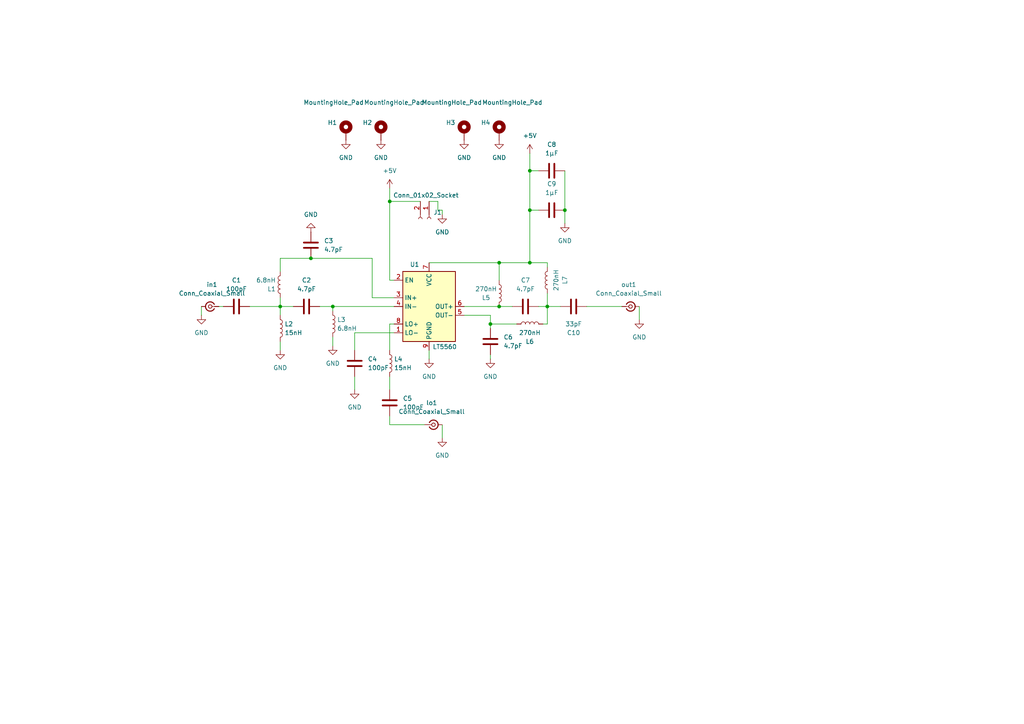
<source format=kicad_sch>
(kicad_sch
	(version 20231120)
	(generator "eeschema")
	(generator_version "8.0")
	(uuid "f1051f32-57d1-49dc-8516-9b20ad105f5c")
	(paper "A4")
	(lib_symbols
		(symbol "Connector:Conn_01x02_Socket"
			(pin_names
				(offset 1.016) hide)
			(exclude_from_sim no)
			(in_bom yes)
			(on_board yes)
			(property "Reference" "J"
				(at 0 2.54 0)
				(effects
					(font
						(size 1.27 1.27)
					)
				)
			)
			(property "Value" "Conn_01x02_Socket"
				(at 0 -5.08 0)
				(effects
					(font
						(size 1.27 1.27)
					)
				)
			)
			(property "Footprint" ""
				(at 0 0 0)
				(effects
					(font
						(size 1.27 1.27)
					)
					(hide yes)
				)
			)
			(property "Datasheet" "~"
				(at 0 0 0)
				(effects
					(font
						(size 1.27 1.27)
					)
					(hide yes)
				)
			)
			(property "Description" "Generic connector, single row, 01x02, script generated"
				(at 0 0 0)
				(effects
					(font
						(size 1.27 1.27)
					)
					(hide yes)
				)
			)
			(property "ki_locked" ""
				(at 0 0 0)
				(effects
					(font
						(size 1.27 1.27)
					)
				)
			)
			(property "ki_keywords" "connector"
				(at 0 0 0)
				(effects
					(font
						(size 1.27 1.27)
					)
					(hide yes)
				)
			)
			(property "ki_fp_filters" "Connector*:*_1x??_*"
				(at 0 0 0)
				(effects
					(font
						(size 1.27 1.27)
					)
					(hide yes)
				)
			)
			(symbol "Conn_01x02_Socket_1_1"
				(arc
					(start 0 -2.032)
					(mid -0.5058 -2.54)
					(end 0 -3.048)
					(stroke
						(width 0.1524)
						(type default)
					)
					(fill
						(type none)
					)
				)
				(polyline
					(pts
						(xy -1.27 -2.54) (xy -0.508 -2.54)
					)
					(stroke
						(width 0.1524)
						(type default)
					)
					(fill
						(type none)
					)
				)
				(polyline
					(pts
						(xy -1.27 0) (xy -0.508 0)
					)
					(stroke
						(width 0.1524)
						(type default)
					)
					(fill
						(type none)
					)
				)
				(arc
					(start 0 0.508)
					(mid -0.5058 0)
					(end 0 -0.508)
					(stroke
						(width 0.1524)
						(type default)
					)
					(fill
						(type none)
					)
				)
				(pin passive line
					(at -5.08 0 0)
					(length 3.81)
					(name "Pin_1"
						(effects
							(font
								(size 1.27 1.27)
							)
						)
					)
					(number "1"
						(effects
							(font
								(size 1.27 1.27)
							)
						)
					)
				)
				(pin passive line
					(at -5.08 -2.54 0)
					(length 3.81)
					(name "Pin_2"
						(effects
							(font
								(size 1.27 1.27)
							)
						)
					)
					(number "2"
						(effects
							(font
								(size 1.27 1.27)
							)
						)
					)
				)
			)
		)
		(symbol "Connector:Conn_Coaxial_Small"
			(pin_numbers hide)
			(pin_names
				(offset 1.016) hide)
			(exclude_from_sim no)
			(in_bom yes)
			(on_board yes)
			(property "Reference" "J"
				(at 0.254 3.048 0)
				(effects
					(font
						(size 1.27 1.27)
					)
				)
			)
			(property "Value" "Conn_Coaxial_Small"
				(at 0 -3.81 0)
				(effects
					(font
						(size 1.27 1.27)
					)
				)
			)
			(property "Footprint" ""
				(at 0 0 0)
				(effects
					(font
						(size 1.27 1.27)
					)
					(hide yes)
				)
			)
			(property "Datasheet" "~"
				(at 0 0 0)
				(effects
					(font
						(size 1.27 1.27)
					)
					(hide yes)
				)
			)
			(property "Description" "small coaxial connector (BNC, SMA, SMB, SMC, Cinch/RCA, LEMO, ...)"
				(at 0 0 0)
				(effects
					(font
						(size 1.27 1.27)
					)
					(hide yes)
				)
			)
			(property "ki_keywords" "BNC SMA SMB SMC LEMO coaxial connector CINCH RCA MCX MMCX U.FL UMRF"
				(at 0 0 0)
				(effects
					(font
						(size 1.27 1.27)
					)
					(hide yes)
				)
			)
			(property "ki_fp_filters" "*BNC* *SMA* *SMB* *SMC* *Cinch* *LEMO* *UMRF* *MCX* *U.FL*"
				(at 0 0 0)
				(effects
					(font
						(size 1.27 1.27)
					)
					(hide yes)
				)
			)
			(symbol "Conn_Coaxial_Small_0_1"
				(polyline
					(pts
						(xy -2.54 0) (xy -0.508 0)
					)
					(stroke
						(width 0)
						(type default)
					)
					(fill
						(type none)
					)
				)
				(circle
					(center 0 0)
					(radius 0.508)
					(stroke
						(width 0.2032)
						(type default)
					)
					(fill
						(type none)
					)
				)
			)
			(symbol "Conn_Coaxial_Small_1_1"
				(arc
					(start -1.1916 -0.6311)
					(mid 0.327 -1.3081)
					(end 1.3484 0.0039)
					(stroke
						(width 0.3048)
						(type default)
					)
					(fill
						(type none)
					)
				)
				(arc
					(start 1.3484 -0.0039)
					(mid 0.327 1.3081)
					(end -1.1916 0.6311)
					(stroke
						(width 0.3048)
						(type default)
					)
					(fill
						(type none)
					)
				)
				(pin passive line
					(at -2.54 0 0)
					(length 1.27)
					(name "In"
						(effects
							(font
								(size 1.27 1.27)
							)
						)
					)
					(number "1"
						(effects
							(font
								(size 1.27 1.27)
							)
						)
					)
				)
				(pin passive line
					(at 2.54 0 180)
					(length 1.27)
					(name "Ext"
						(effects
							(font
								(size 1.27 1.27)
							)
						)
					)
					(number "2"
						(effects
							(font
								(size 1.27 1.27)
							)
						)
					)
				)
			)
		)
		(symbol "Device:C"
			(pin_numbers hide)
			(pin_names
				(offset 0.254)
			)
			(exclude_from_sim no)
			(in_bom yes)
			(on_board yes)
			(property "Reference" "C"
				(at 0.635 2.54 0)
				(effects
					(font
						(size 1.27 1.27)
					)
					(justify left)
				)
			)
			(property "Value" "C"
				(at 0.635 -2.54 0)
				(effects
					(font
						(size 1.27 1.27)
					)
					(justify left)
				)
			)
			(property "Footprint" ""
				(at 0.9652 -3.81 0)
				(effects
					(font
						(size 1.27 1.27)
					)
					(hide yes)
				)
			)
			(property "Datasheet" "~"
				(at 0 0 0)
				(effects
					(font
						(size 1.27 1.27)
					)
					(hide yes)
				)
			)
			(property "Description" "Unpolarized capacitor"
				(at 0 0 0)
				(effects
					(font
						(size 1.27 1.27)
					)
					(hide yes)
				)
			)
			(property "ki_keywords" "cap capacitor"
				(at 0 0 0)
				(effects
					(font
						(size 1.27 1.27)
					)
					(hide yes)
				)
			)
			(property "ki_fp_filters" "C_*"
				(at 0 0 0)
				(effects
					(font
						(size 1.27 1.27)
					)
					(hide yes)
				)
			)
			(symbol "C_0_1"
				(polyline
					(pts
						(xy -2.032 -0.762) (xy 2.032 -0.762)
					)
					(stroke
						(width 0.508)
						(type default)
					)
					(fill
						(type none)
					)
				)
				(polyline
					(pts
						(xy -2.032 0.762) (xy 2.032 0.762)
					)
					(stroke
						(width 0.508)
						(type default)
					)
					(fill
						(type none)
					)
				)
			)
			(symbol "C_1_1"
				(pin passive line
					(at 0 3.81 270)
					(length 2.794)
					(name "~"
						(effects
							(font
								(size 1.27 1.27)
							)
						)
					)
					(number "1"
						(effects
							(font
								(size 1.27 1.27)
							)
						)
					)
				)
				(pin passive line
					(at 0 -3.81 90)
					(length 2.794)
					(name "~"
						(effects
							(font
								(size 1.27 1.27)
							)
						)
					)
					(number "2"
						(effects
							(font
								(size 1.27 1.27)
							)
						)
					)
				)
			)
		)
		(symbol "Device:L"
			(pin_numbers hide)
			(pin_names
				(offset 1.016) hide)
			(exclude_from_sim no)
			(in_bom yes)
			(on_board yes)
			(property "Reference" "L"
				(at -1.27 0 90)
				(effects
					(font
						(size 1.27 1.27)
					)
				)
			)
			(property "Value" "L"
				(at 1.905 0 90)
				(effects
					(font
						(size 1.27 1.27)
					)
				)
			)
			(property "Footprint" ""
				(at 0 0 0)
				(effects
					(font
						(size 1.27 1.27)
					)
					(hide yes)
				)
			)
			(property "Datasheet" "~"
				(at 0 0 0)
				(effects
					(font
						(size 1.27 1.27)
					)
					(hide yes)
				)
			)
			(property "Description" "Inductor"
				(at 0 0 0)
				(effects
					(font
						(size 1.27 1.27)
					)
					(hide yes)
				)
			)
			(property "ki_keywords" "inductor choke coil reactor magnetic"
				(at 0 0 0)
				(effects
					(font
						(size 1.27 1.27)
					)
					(hide yes)
				)
			)
			(property "ki_fp_filters" "Choke_* *Coil* Inductor_* L_*"
				(at 0 0 0)
				(effects
					(font
						(size 1.27 1.27)
					)
					(hide yes)
				)
			)
			(symbol "L_0_1"
				(arc
					(start 0 -2.54)
					(mid 0.6323 -1.905)
					(end 0 -1.27)
					(stroke
						(width 0)
						(type default)
					)
					(fill
						(type none)
					)
				)
				(arc
					(start 0 -1.27)
					(mid 0.6323 -0.635)
					(end 0 0)
					(stroke
						(width 0)
						(type default)
					)
					(fill
						(type none)
					)
				)
				(arc
					(start 0 0)
					(mid 0.6323 0.635)
					(end 0 1.27)
					(stroke
						(width 0)
						(type default)
					)
					(fill
						(type none)
					)
				)
				(arc
					(start 0 1.27)
					(mid 0.6323 1.905)
					(end 0 2.54)
					(stroke
						(width 0)
						(type default)
					)
					(fill
						(type none)
					)
				)
			)
			(symbol "L_1_1"
				(pin passive line
					(at 0 3.81 270)
					(length 1.27)
					(name "1"
						(effects
							(font
								(size 1.27 1.27)
							)
						)
					)
					(number "1"
						(effects
							(font
								(size 1.27 1.27)
							)
						)
					)
				)
				(pin passive line
					(at 0 -3.81 90)
					(length 1.27)
					(name "2"
						(effects
							(font
								(size 1.27 1.27)
							)
						)
					)
					(number "2"
						(effects
							(font
								(size 1.27 1.27)
							)
						)
					)
				)
			)
		)
		(symbol "Mechanical:MountingHole_Pad"
			(pin_numbers hide)
			(pin_names
				(offset 1.016) hide)
			(exclude_from_sim yes)
			(in_bom no)
			(on_board yes)
			(property "Reference" "H"
				(at 0 6.35 0)
				(effects
					(font
						(size 1.27 1.27)
					)
				)
			)
			(property "Value" "MountingHole_Pad"
				(at 0 4.445 0)
				(effects
					(font
						(size 1.27 1.27)
					)
				)
			)
			(property "Footprint" ""
				(at 0 0 0)
				(effects
					(font
						(size 1.27 1.27)
					)
					(hide yes)
				)
			)
			(property "Datasheet" "~"
				(at 0 0 0)
				(effects
					(font
						(size 1.27 1.27)
					)
					(hide yes)
				)
			)
			(property "Description" "Mounting Hole with connection"
				(at 0 0 0)
				(effects
					(font
						(size 1.27 1.27)
					)
					(hide yes)
				)
			)
			(property "ki_keywords" "mounting hole"
				(at 0 0 0)
				(effects
					(font
						(size 1.27 1.27)
					)
					(hide yes)
				)
			)
			(property "ki_fp_filters" "MountingHole*Pad*"
				(at 0 0 0)
				(effects
					(font
						(size 1.27 1.27)
					)
					(hide yes)
				)
			)
			(symbol "MountingHole_Pad_0_1"
				(circle
					(center 0 1.27)
					(radius 1.27)
					(stroke
						(width 1.27)
						(type default)
					)
					(fill
						(type none)
					)
				)
			)
			(symbol "MountingHole_Pad_1_1"
				(pin input line
					(at 0 -2.54 90)
					(length 2.54)
					(name "1"
						(effects
							(font
								(size 1.27 1.27)
							)
						)
					)
					(number "1"
						(effects
							(font
								(size 1.27 1.27)
							)
						)
					)
				)
			)
		)
		(symbol "RF_Mixer:LT5560"
			(exclude_from_sim no)
			(in_bom yes)
			(on_board yes)
			(property "Reference" "U"
				(at -3.81 13.97 0)
				(effects
					(font
						(size 1.27 1.27)
					)
				)
			)
			(property "Value" "LT5560"
				(at -6.35 11.43 0)
				(effects
					(font
						(size 1.27 1.27)
					)
				)
			)
			(property "Footprint" "Package_DFN_QFN:DFN-8-1EP_3x3mm_P0.5mm_EP1.66x2.38mm"
				(at 0 0 0)
				(effects
					(font
						(size 1.27 1.27)
					)
					(hide yes)
				)
			)
			(property "Datasheet" "https://www.analog.com/media/en/technical-documentation/data-sheets/5560f.pdf"
				(at 1.27 -19.05 0)
				(effects
					(font
						(size 1.27 1.27)
					)
					(hide yes)
				)
			)
			(property "Description" "0.01MHz to 4GHz Low Power Active Mixer, DFN-8"
				(at 0 0 0)
				(effects
					(font
						(size 1.27 1.27)
					)
					(hide yes)
				)
			)
			(property "ki_keywords" "rf mixer"
				(at 0 0 0)
				(effects
					(font
						(size 1.27 1.27)
					)
					(hide yes)
				)
			)
			(property "ki_fp_filters" "DFN*3x3mm*P0.5mm*"
				(at 0 0 0)
				(effects
					(font
						(size 1.27 1.27)
					)
					(hide yes)
				)
			)
			(symbol "LT5560_0_1"
				(rectangle
					(start -7.62 10.16)
					(end 7.62 -10.16)
					(stroke
						(width 0.254)
						(type default)
					)
					(fill
						(type background)
					)
				)
			)
			(symbol "LT5560_1_1"
				(pin input line
					(at -10.16 -7.62 0)
					(length 2.54)
					(name "LO-"
						(effects
							(font
								(size 1.27 1.27)
							)
						)
					)
					(number "1"
						(effects
							(font
								(size 1.27 1.27)
							)
						)
					)
				)
				(pin input line
					(at -10.16 7.62 0)
					(length 2.54)
					(name "EN"
						(effects
							(font
								(size 1.27 1.27)
							)
						)
					)
					(number "2"
						(effects
							(font
								(size 1.27 1.27)
							)
						)
					)
				)
				(pin input line
					(at -10.16 2.54 0)
					(length 2.54)
					(name "IN+"
						(effects
							(font
								(size 1.27 1.27)
							)
						)
					)
					(number "3"
						(effects
							(font
								(size 1.27 1.27)
							)
						)
					)
				)
				(pin input line
					(at -10.16 0 0)
					(length 2.54)
					(name "IN-"
						(effects
							(font
								(size 1.27 1.27)
							)
						)
					)
					(number "4"
						(effects
							(font
								(size 1.27 1.27)
							)
						)
					)
				)
				(pin output line
					(at 10.16 -2.54 180)
					(length 2.54)
					(name "OUT-"
						(effects
							(font
								(size 1.27 1.27)
							)
						)
					)
					(number "5"
						(effects
							(font
								(size 1.27 1.27)
							)
						)
					)
				)
				(pin output line
					(at 10.16 0 180)
					(length 2.54)
					(name "OUT+"
						(effects
							(font
								(size 1.27 1.27)
							)
						)
					)
					(number "6"
						(effects
							(font
								(size 1.27 1.27)
							)
						)
					)
				)
				(pin power_in line
					(at 0 12.7 270)
					(length 2.54)
					(name "VCC"
						(effects
							(font
								(size 1.27 1.27)
							)
						)
					)
					(number "7"
						(effects
							(font
								(size 1.27 1.27)
							)
						)
					)
				)
				(pin input line
					(at -10.16 -5.08 0)
					(length 2.54)
					(name "LO+"
						(effects
							(font
								(size 1.27 1.27)
							)
						)
					)
					(number "8"
						(effects
							(font
								(size 1.27 1.27)
							)
						)
					)
				)
				(pin power_in line
					(at 0 -12.7 90)
					(length 2.54)
					(name "PGND"
						(effects
							(font
								(size 1.27 1.27)
							)
						)
					)
					(number "9"
						(effects
							(font
								(size 1.27 1.27)
							)
						)
					)
				)
			)
		)
		(symbol "power:+5V"
			(power)
			(pin_numbers hide)
			(pin_names
				(offset 0) hide)
			(exclude_from_sim no)
			(in_bom yes)
			(on_board yes)
			(property "Reference" "#PWR"
				(at 0 -3.81 0)
				(effects
					(font
						(size 1.27 1.27)
					)
					(hide yes)
				)
			)
			(property "Value" "+5V"
				(at 0 3.556 0)
				(effects
					(font
						(size 1.27 1.27)
					)
				)
			)
			(property "Footprint" ""
				(at 0 0 0)
				(effects
					(font
						(size 1.27 1.27)
					)
					(hide yes)
				)
			)
			(property "Datasheet" ""
				(at 0 0 0)
				(effects
					(font
						(size 1.27 1.27)
					)
					(hide yes)
				)
			)
			(property "Description" "Power symbol creates a global label with name \"+5V\""
				(at 0 0 0)
				(effects
					(font
						(size 1.27 1.27)
					)
					(hide yes)
				)
			)
			(property "ki_keywords" "global power"
				(at 0 0 0)
				(effects
					(font
						(size 1.27 1.27)
					)
					(hide yes)
				)
			)
			(symbol "+5V_0_1"
				(polyline
					(pts
						(xy -0.762 1.27) (xy 0 2.54)
					)
					(stroke
						(width 0)
						(type default)
					)
					(fill
						(type none)
					)
				)
				(polyline
					(pts
						(xy 0 0) (xy 0 2.54)
					)
					(stroke
						(width 0)
						(type default)
					)
					(fill
						(type none)
					)
				)
				(polyline
					(pts
						(xy 0 2.54) (xy 0.762 1.27)
					)
					(stroke
						(width 0)
						(type default)
					)
					(fill
						(type none)
					)
				)
			)
			(symbol "+5V_1_1"
				(pin power_in line
					(at 0 0 90)
					(length 0)
					(name "~"
						(effects
							(font
								(size 1.27 1.27)
							)
						)
					)
					(number "1"
						(effects
							(font
								(size 1.27 1.27)
							)
						)
					)
				)
			)
		)
		(symbol "power:GND"
			(power)
			(pin_numbers hide)
			(pin_names
				(offset 0) hide)
			(exclude_from_sim no)
			(in_bom yes)
			(on_board yes)
			(property "Reference" "#PWR"
				(at 0 -6.35 0)
				(effects
					(font
						(size 1.27 1.27)
					)
					(hide yes)
				)
			)
			(property "Value" "GND"
				(at 0 -3.81 0)
				(effects
					(font
						(size 1.27 1.27)
					)
				)
			)
			(property "Footprint" ""
				(at 0 0 0)
				(effects
					(font
						(size 1.27 1.27)
					)
					(hide yes)
				)
			)
			(property "Datasheet" ""
				(at 0 0 0)
				(effects
					(font
						(size 1.27 1.27)
					)
					(hide yes)
				)
			)
			(property "Description" "Power symbol creates a global label with name \"GND\" , ground"
				(at 0 0 0)
				(effects
					(font
						(size 1.27 1.27)
					)
					(hide yes)
				)
			)
			(property "ki_keywords" "global power"
				(at 0 0 0)
				(effects
					(font
						(size 1.27 1.27)
					)
					(hide yes)
				)
			)
			(symbol "GND_0_1"
				(polyline
					(pts
						(xy 0 0) (xy 0 -1.27) (xy 1.27 -1.27) (xy 0 -2.54) (xy -1.27 -1.27) (xy 0 -1.27)
					)
					(stroke
						(width 0)
						(type default)
					)
					(fill
						(type none)
					)
				)
			)
			(symbol "GND_1_1"
				(pin power_in line
					(at 0 0 270)
					(length 0)
					(name "~"
						(effects
							(font
								(size 1.27 1.27)
							)
						)
					)
					(number "1"
						(effects
							(font
								(size 1.27 1.27)
							)
						)
					)
				)
			)
		)
	)
	(junction
		(at 142.24 93.98)
		(diameter 0)
		(color 0 0 0 0)
		(uuid "05edf8be-9ddf-4aca-8581-55b8e4a5b7dc")
	)
	(junction
		(at 113.03 58.42)
		(diameter 0)
		(color 0 0 0 0)
		(uuid "1a5640ad-f7d2-4bba-b0ff-064cd5d0eeb8")
	)
	(junction
		(at 153.67 49.53)
		(diameter 0)
		(color 0 0 0 0)
		(uuid "444e5eac-749e-4093-8183-2c92367db257")
	)
	(junction
		(at 163.83 60.96)
		(diameter 0)
		(color 0 0 0 0)
		(uuid "4b21dafe-82b0-4645-a5c1-9623f48b1df0")
	)
	(junction
		(at 81.28 88.9)
		(diameter 0)
		(color 0 0 0 0)
		(uuid "6fb27adb-a18a-4121-8b83-a7b3070d0ca8")
	)
	(junction
		(at 144.78 88.9)
		(diameter 0)
		(color 0 0 0 0)
		(uuid "89a04f7e-564b-4d53-b11c-baab7752dc71")
	)
	(junction
		(at 153.67 76.2)
		(diameter 0)
		(color 0 0 0 0)
		(uuid "9b2862a2-34ed-43a5-bddf-70e55879f7ec")
	)
	(junction
		(at 90.17 74.93)
		(diameter 0)
		(color 0 0 0 0)
		(uuid "a0626f38-f58f-4bbe-97d3-541629ca6e02")
	)
	(junction
		(at 158.75 88.9)
		(diameter 0)
		(color 0 0 0 0)
		(uuid "c368748c-3514-4bb6-b29c-e750fa3c746b")
	)
	(junction
		(at 144.78 76.2)
		(diameter 0)
		(color 0 0 0 0)
		(uuid "cbc59467-5fa0-414d-8eae-1a0531a350ab")
	)
	(junction
		(at 153.67 60.96)
		(diameter 0)
		(color 0 0 0 0)
		(uuid "d3f2a959-f4f4-4f10-ba37-575348b52d72")
	)
	(junction
		(at 96.52 88.9)
		(diameter 0)
		(color 0 0 0 0)
		(uuid "f824d76d-02f7-46f9-8884-2de0047f5086")
	)
	(wire
		(pts
			(xy 107.95 86.36) (xy 107.95 74.93)
		)
		(stroke
			(width 0)
			(type default)
		)
		(uuid "03b5c288-7ec6-45c9-97c0-e478627613bb")
	)
	(wire
		(pts
			(xy 180.34 88.9) (xy 170.18 88.9)
		)
		(stroke
			(width 0)
			(type default)
		)
		(uuid "0f055e43-58f1-4817-91e3-58eef80a9a1b")
	)
	(wire
		(pts
			(xy 124.46 101.6) (xy 124.46 104.14)
		)
		(stroke
			(width 0)
			(type default)
		)
		(uuid "19a34685-53df-4b44-a8d3-843136598aad")
	)
	(wire
		(pts
			(xy 114.3 81.28) (xy 113.03 81.28)
		)
		(stroke
			(width 0)
			(type default)
		)
		(uuid "1a95204b-776c-4d1c-96a8-8e7a61b20896")
	)
	(wire
		(pts
			(xy 72.39 88.9) (xy 81.28 88.9)
		)
		(stroke
			(width 0)
			(type default)
		)
		(uuid "1fe3f2f1-4c29-49a6-b30f-75b17e3fe18f")
	)
	(wire
		(pts
			(xy 185.42 88.9) (xy 185.42 92.71)
		)
		(stroke
			(width 0)
			(type default)
		)
		(uuid "23ebeb40-af50-4c80-b472-df079cf4f51a")
	)
	(wire
		(pts
			(xy 144.78 76.2) (xy 144.78 81.28)
		)
		(stroke
			(width 0)
			(type default)
		)
		(uuid "25376d0e-c333-4d91-a536-4bba635676eb")
	)
	(wire
		(pts
			(xy 81.28 91.44) (xy 81.28 88.9)
		)
		(stroke
			(width 0)
			(type default)
		)
		(uuid "254c4e22-e4d1-4028-ba9c-f319a05e12bd")
	)
	(wire
		(pts
			(xy 142.24 102.87) (xy 142.24 104.14)
		)
		(stroke
			(width 0)
			(type default)
		)
		(uuid "27c073f8-50a8-4fc7-9aaf-b20017b2fedf")
	)
	(wire
		(pts
			(xy 81.28 88.9) (xy 81.28 86.36)
		)
		(stroke
			(width 0)
			(type default)
		)
		(uuid "309a4e3c-f47f-4183-aeef-e6be2aae3148")
	)
	(wire
		(pts
			(xy 158.75 88.9) (xy 162.56 88.9)
		)
		(stroke
			(width 0)
			(type default)
		)
		(uuid "396145cf-b9e4-4ae8-addb-a3247cc2f13c")
	)
	(wire
		(pts
			(xy 158.75 93.98) (xy 158.75 88.9)
		)
		(stroke
			(width 0)
			(type default)
		)
		(uuid "3f61bfd0-4122-4df8-b6ff-e397fcfa55be")
	)
	(wire
		(pts
			(xy 153.67 49.53) (xy 156.21 49.53)
		)
		(stroke
			(width 0)
			(type default)
		)
		(uuid "3f8c72c6-9b14-46e8-b00d-add7602c785e")
	)
	(wire
		(pts
			(xy 102.87 109.22) (xy 102.87 113.03)
		)
		(stroke
			(width 0)
			(type default)
		)
		(uuid "4b7ece8b-a1aa-4c85-91b2-05aa392f626c")
	)
	(wire
		(pts
			(xy 153.67 49.53) (xy 153.67 60.96)
		)
		(stroke
			(width 0)
			(type default)
		)
		(uuid "55dce81c-36de-4977-8054-92439b20c5fc")
	)
	(wire
		(pts
			(xy 142.24 93.98) (xy 149.86 93.98)
		)
		(stroke
			(width 0)
			(type default)
		)
		(uuid "62c5500e-9f00-4171-a28f-5155579f32ac")
	)
	(wire
		(pts
			(xy 142.24 95.25) (xy 142.24 93.98)
		)
		(stroke
			(width 0)
			(type default)
		)
		(uuid "63303ef2-4520-4ea9-b478-3131d0b6d6c9")
	)
	(wire
		(pts
			(xy 158.75 85.09) (xy 158.75 88.9)
		)
		(stroke
			(width 0)
			(type default)
		)
		(uuid "63ea9c17-5c9f-487d-8243-d6a8ee7b49d0")
	)
	(wire
		(pts
			(xy 113.03 58.42) (xy 121.92 58.42)
		)
		(stroke
			(width 0)
			(type default)
		)
		(uuid "645c9472-8769-43a0-9f99-8f2bb67151cc")
	)
	(wire
		(pts
			(xy 81.28 101.6) (xy 81.28 99.06)
		)
		(stroke
			(width 0)
			(type default)
		)
		(uuid "64caf787-85a2-406d-b965-3ad01a3fe4f1")
	)
	(wire
		(pts
			(xy 144.78 88.9) (xy 148.59 88.9)
		)
		(stroke
			(width 0)
			(type default)
		)
		(uuid "655b5722-64df-4a52-a7ff-a3bb2d51d221")
	)
	(wire
		(pts
			(xy 153.67 76.2) (xy 158.75 76.2)
		)
		(stroke
			(width 0)
			(type default)
		)
		(uuid "6980b717-618a-4bcb-9dc4-5d97c1ddfd57")
	)
	(wire
		(pts
			(xy 124.46 76.2) (xy 144.78 76.2)
		)
		(stroke
			(width 0)
			(type default)
		)
		(uuid "6b08342c-653d-4440-a070-d183fecc505e")
	)
	(wire
		(pts
			(xy 163.83 64.77) (xy 163.83 60.96)
		)
		(stroke
			(width 0)
			(type default)
		)
		(uuid "6bddd35c-e6bd-47c0-812b-603c26ad420d")
	)
	(wire
		(pts
			(xy 113.03 93.98) (xy 114.3 93.98)
		)
		(stroke
			(width 0)
			(type default)
		)
		(uuid "76109df0-3477-42c9-b556-93f988a97602")
	)
	(wire
		(pts
			(xy 63.5 88.9) (xy 64.77 88.9)
		)
		(stroke
			(width 0)
			(type default)
		)
		(uuid "775ed9fb-9314-4b81-abc0-95c08f45c252")
	)
	(wire
		(pts
			(xy 158.75 76.2) (xy 158.75 77.47)
		)
		(stroke
			(width 0)
			(type default)
		)
		(uuid "7b3a2b1e-e51d-411b-b20e-4c7069ce097a")
	)
	(wire
		(pts
			(xy 113.03 123.19) (xy 113.03 120.65)
		)
		(stroke
			(width 0)
			(type default)
		)
		(uuid "83b97da4-3545-4ed9-b34b-ad4fc92419bc")
	)
	(wire
		(pts
			(xy 92.71 88.9) (xy 96.52 88.9)
		)
		(stroke
			(width 0)
			(type default)
		)
		(uuid "85dd3485-b1b6-4e21-9322-322aa1c29b4e")
	)
	(wire
		(pts
			(xy 156.21 88.9) (xy 158.75 88.9)
		)
		(stroke
			(width 0)
			(type default)
		)
		(uuid "8ed05d5c-1032-49c5-be88-14da6d6762b2")
	)
	(wire
		(pts
			(xy 85.09 88.9) (xy 81.28 88.9)
		)
		(stroke
			(width 0)
			(type default)
		)
		(uuid "8eeb0765-bf6b-44d3-8d9b-23e497e97781")
	)
	(wire
		(pts
			(xy 102.87 96.52) (xy 114.3 96.52)
		)
		(stroke
			(width 0)
			(type default)
		)
		(uuid "921fbd52-5a30-44b7-8f8c-48bcb556993b")
	)
	(wire
		(pts
			(xy 128.27 60.96) (xy 127 60.96)
		)
		(stroke
			(width 0)
			(type default)
		)
		(uuid "94ffc35f-95c8-46e6-9f7a-79cb10a7b952")
	)
	(wire
		(pts
			(xy 96.52 88.9) (xy 96.52 90.17)
		)
		(stroke
			(width 0)
			(type default)
		)
		(uuid "98dd8ebd-7300-4de0-bac1-25449b149008")
	)
	(wire
		(pts
			(xy 102.87 101.6) (xy 102.87 96.52)
		)
		(stroke
			(width 0)
			(type default)
		)
		(uuid "99a3f78e-fbaa-4af3-8ed9-50b09935d957")
	)
	(wire
		(pts
			(xy 142.24 93.98) (xy 142.24 91.44)
		)
		(stroke
			(width 0)
			(type default)
		)
		(uuid "9d0fa0bd-40ca-4bce-bb9f-0c131e7450a9")
	)
	(wire
		(pts
			(xy 127 60.96) (xy 127 58.42)
		)
		(stroke
			(width 0)
			(type default)
		)
		(uuid "9d3bf2fe-2561-4407-addd-29b8b5e22291")
	)
	(wire
		(pts
			(xy 128.27 123.19) (xy 128.27 127)
		)
		(stroke
			(width 0)
			(type default)
		)
		(uuid "a0a3b3d5-d497-4a04-b5e2-a2d93ac8444f")
	)
	(wire
		(pts
			(xy 153.67 44.45) (xy 153.67 49.53)
		)
		(stroke
			(width 0)
			(type default)
		)
		(uuid "a1df52b5-223d-4cc2-9464-984af2bb6c1a")
	)
	(wire
		(pts
			(xy 123.19 123.19) (xy 113.03 123.19)
		)
		(stroke
			(width 0)
			(type default)
		)
		(uuid "a75c7b5e-8366-4580-92a9-8f38a579383f")
	)
	(wire
		(pts
			(xy 114.3 86.36) (xy 107.95 86.36)
		)
		(stroke
			(width 0)
			(type default)
		)
		(uuid "a82d48ab-cbf4-423e-9e18-53fd61d4b589")
	)
	(wire
		(pts
			(xy 58.42 91.44) (xy 58.42 88.9)
		)
		(stroke
			(width 0)
			(type default)
		)
		(uuid "aaa3e224-8ef7-43f2-a97b-8daaafa7b448")
	)
	(wire
		(pts
			(xy 107.95 74.93) (xy 90.17 74.93)
		)
		(stroke
			(width 0)
			(type default)
		)
		(uuid "aec2b81b-d1de-49a7-8c6d-460b69687876")
	)
	(wire
		(pts
			(xy 144.78 76.2) (xy 153.67 76.2)
		)
		(stroke
			(width 0)
			(type default)
		)
		(uuid "b0d24422-eba5-4e4f-8ba4-6fca7f10b40d")
	)
	(wire
		(pts
			(xy 163.83 49.53) (xy 163.83 60.96)
		)
		(stroke
			(width 0)
			(type default)
		)
		(uuid "bb1fff33-f3d8-4162-b0df-f05017b077c0")
	)
	(wire
		(pts
			(xy 96.52 97.79) (xy 96.52 100.33)
		)
		(stroke
			(width 0)
			(type default)
		)
		(uuid "bb9fda77-9dc2-4fc8-902d-96b2e06f1d72")
	)
	(wire
		(pts
			(xy 114.3 88.9) (xy 96.52 88.9)
		)
		(stroke
			(width 0)
			(type default)
		)
		(uuid "cb655d21-b1a8-4732-89e4-a32f106ed296")
	)
	(wire
		(pts
			(xy 113.03 109.22) (xy 113.03 113.03)
		)
		(stroke
			(width 0)
			(type default)
		)
		(uuid "d162f785-00e9-4c58-8e74-f4e92a809a58")
	)
	(wire
		(pts
			(xy 124.46 58.42) (xy 127 58.42)
		)
		(stroke
			(width 0)
			(type default)
		)
		(uuid "d9265805-4fdb-45b2-aa56-047a5f97244c")
	)
	(wire
		(pts
			(xy 128.27 62.23) (xy 128.27 60.96)
		)
		(stroke
			(width 0)
			(type default)
		)
		(uuid "ddaf75ca-c135-4407-a9ec-7ac0fa3d7b2f")
	)
	(wire
		(pts
			(xy 81.28 78.74) (xy 81.28 74.93)
		)
		(stroke
			(width 0)
			(type default)
		)
		(uuid "e3175f87-24e3-4fa5-9458-a7c8372428d5")
	)
	(wire
		(pts
			(xy 81.28 74.93) (xy 90.17 74.93)
		)
		(stroke
			(width 0)
			(type default)
		)
		(uuid "e35f6d0e-857b-4a45-86f3-59615efc30c5")
	)
	(wire
		(pts
			(xy 142.24 91.44) (xy 134.62 91.44)
		)
		(stroke
			(width 0)
			(type default)
		)
		(uuid "e5e9f43a-2ae2-46d9-be9e-65e99fb9d5e3")
	)
	(wire
		(pts
			(xy 157.48 93.98) (xy 158.75 93.98)
		)
		(stroke
			(width 0)
			(type default)
		)
		(uuid "e8217544-9a0a-482b-b5fd-c31a3f124555")
	)
	(wire
		(pts
			(xy 113.03 58.42) (xy 113.03 81.28)
		)
		(stroke
			(width 0)
			(type default)
		)
		(uuid "f0e8c3d5-9c18-41e5-ac81-a394ae1796f8")
	)
	(wire
		(pts
			(xy 156.21 60.96) (xy 153.67 60.96)
		)
		(stroke
			(width 0)
			(type default)
		)
		(uuid "f16ad8e6-8d01-4c4e-8da1-7f609d372585")
	)
	(wire
		(pts
			(xy 153.67 60.96) (xy 153.67 76.2)
		)
		(stroke
			(width 0)
			(type default)
		)
		(uuid "f2e34905-6a2c-44e0-b23b-8c2819f55af5")
	)
	(wire
		(pts
			(xy 113.03 54.61) (xy 113.03 58.42)
		)
		(stroke
			(width 0)
			(type default)
		)
		(uuid "f797038f-7e7d-4b51-b95d-11d8553a7ce6")
	)
	(wire
		(pts
			(xy 134.62 88.9) (xy 144.78 88.9)
		)
		(stroke
			(width 0)
			(type default)
		)
		(uuid "f9ad2997-0949-4247-ba78-0bb8df164c8f")
	)
	(wire
		(pts
			(xy 113.03 101.6) (xy 113.03 93.98)
		)
		(stroke
			(width 0)
			(type default)
		)
		(uuid "f9ffaac9-3b21-4596-8a56-22f5a34b2e6f")
	)
	(symbol
		(lib_id "Device:L")
		(at 158.75 81.28 0)
		(mirror y)
		(unit 1)
		(exclude_from_sim no)
		(in_bom yes)
		(on_board yes)
		(dnp no)
		(uuid "01c75963-1528-4fa9-9ab8-1c61db731f00")
		(property "Reference" "L7"
			(at 163.83 81.28 90)
			(effects
				(font
					(size 1.27 1.27)
				)
			)
		)
		(property "Value" "270nH"
			(at 161.29 81.28 90)
			(effects
				(font
					(size 1.27 1.27)
				)
			)
		)
		(property "Footprint" "Inductor_SMD:L_1206_3216Metric_Pad1.42x1.75mm_HandSolder"
			(at 158.75 81.28 0)
			(effects
				(font
					(size 1.27 1.27)
				)
				(hide yes)
			)
		)
		(property "Datasheet" "~"
			(at 158.75 81.28 0)
			(effects
				(font
					(size 1.27 1.27)
				)
				(hide yes)
			)
		)
		(property "Description" "Inductor"
			(at 158.75 81.28 0)
			(effects
				(font
					(size 1.27 1.27)
				)
				(hide yes)
			)
		)
		(pin "1"
			(uuid "8a53c4f3-6aa8-4336-86a7-e2c641be4186")
		)
		(pin "2"
			(uuid "c46889a4-f64f-4ddc-a937-512e1f74b3ec")
		)
		(instances
			(project "rf Mixer"
				(path "/f1051f32-57d1-49dc-8516-9b20ad105f5c"
					(reference "L7")
					(unit 1)
				)
			)
		)
	)
	(symbol
		(lib_id "Device:L")
		(at 153.67 93.98 270)
		(mirror x)
		(unit 1)
		(exclude_from_sim no)
		(in_bom yes)
		(on_board yes)
		(dnp no)
		(uuid "0411df96-f35e-422c-8f61-2d184688ecc8")
		(property "Reference" "L6"
			(at 153.67 99.06 90)
			(effects
				(font
					(size 1.27 1.27)
				)
			)
		)
		(property "Value" "270nH"
			(at 153.67 96.52 90)
			(effects
				(font
					(size 1.27 1.27)
				)
			)
		)
		(property "Footprint" "Inductor_SMD:L_1206_3216Metric_Pad1.42x1.75mm_HandSolder"
			(at 153.67 93.98 0)
			(effects
				(font
					(size 1.27 1.27)
				)
				(hide yes)
			)
		)
		(property "Datasheet" "~"
			(at 153.67 93.98 0)
			(effects
				(font
					(size 1.27 1.27)
				)
				(hide yes)
			)
		)
		(property "Description" "Inductor"
			(at 153.67 93.98 0)
			(effects
				(font
					(size 1.27 1.27)
				)
				(hide yes)
			)
		)
		(pin "1"
			(uuid "3b726420-8138-4e66-a224-0f8bc710ab5f")
		)
		(pin "2"
			(uuid "b5d0a058-ef9f-4844-84ac-ec9efa073572")
		)
		(instances
			(project "rf Mixer"
				(path "/f1051f32-57d1-49dc-8516-9b20ad105f5c"
					(reference "L6")
					(unit 1)
				)
			)
		)
	)
	(symbol
		(lib_id "Mechanical:MountingHole_Pad")
		(at 110.49 38.1 0)
		(mirror y)
		(unit 1)
		(exclude_from_sim yes)
		(in_bom no)
		(on_board yes)
		(dnp no)
		(uuid "0a737425-66d7-4a96-9ec2-cacd2c3c07d9")
		(property "Reference" "H2"
			(at 107.95 35.5599 0)
			(effects
				(font
					(size 1.27 1.27)
				)
				(justify left)
			)
		)
		(property "Value" "MountingHole_Pad"
			(at 123.063 29.718 0)
			(effects
				(font
					(size 1.27 1.27)
				)
				(justify left)
			)
		)
		(property "Footprint" "MountingHole:MountingHole_3mm_Pad_Via"
			(at 110.49 38.1 0)
			(effects
				(font
					(size 1.27 1.27)
				)
				(hide yes)
			)
		)
		(property "Datasheet" "~"
			(at 110.49 38.1 0)
			(effects
				(font
					(size 1.27 1.27)
				)
				(hide yes)
			)
		)
		(property "Description" "Mounting Hole with connection"
			(at 110.49 38.1 0)
			(effects
				(font
					(size 1.27 1.27)
				)
				(hide yes)
			)
		)
		(pin "1"
			(uuid "a528df90-63b4-480a-a6ec-99c8211c1cc5")
		)
		(instances
			(project "rf Mixer"
				(path "/f1051f32-57d1-49dc-8516-9b20ad105f5c"
					(reference "H2")
					(unit 1)
				)
			)
		)
	)
	(symbol
		(lib_id "power:+5V")
		(at 153.67 44.45 0)
		(unit 1)
		(exclude_from_sim no)
		(in_bom yes)
		(on_board yes)
		(dnp no)
		(fields_autoplaced yes)
		(uuid "0cb16b5c-6bbc-45ca-96b3-b1c27b19e0d5")
		(property "Reference" "#PWR011"
			(at 153.67 48.26 0)
			(effects
				(font
					(size 1.27 1.27)
				)
				(hide yes)
			)
		)
		(property "Value" "+5V"
			(at 153.67 39.37 0)
			(effects
				(font
					(size 1.27 1.27)
				)
			)
		)
		(property "Footprint" ""
			(at 153.67 44.45 0)
			(effects
				(font
					(size 1.27 1.27)
				)
				(hide yes)
			)
		)
		(property "Datasheet" ""
			(at 153.67 44.45 0)
			(effects
				(font
					(size 1.27 1.27)
				)
				(hide yes)
			)
		)
		(property "Description" "Power symbol creates a global label with name \"+5V\""
			(at 153.67 44.45 0)
			(effects
				(font
					(size 1.27 1.27)
				)
				(hide yes)
			)
		)
		(pin "1"
			(uuid "312811fe-e758-485c-9877-674d640351e4")
		)
		(instances
			(project ""
				(path "/f1051f32-57d1-49dc-8516-9b20ad105f5c"
					(reference "#PWR011")
					(unit 1)
				)
			)
		)
	)
	(symbol
		(lib_id "Connector:Conn_Coaxial_Small")
		(at 182.88 88.9 0)
		(unit 1)
		(exclude_from_sim no)
		(in_bom yes)
		(on_board yes)
		(dnp no)
		(fields_autoplaced yes)
		(uuid "13f16d96-5ceb-4ea6-aa06-93ad0518843b")
		(property "Reference" "out1"
			(at 182.3604 82.55 0)
			(effects
				(font
					(size 1.27 1.27)
				)
			)
		)
		(property "Value" "Conn_Coaxial_Small"
			(at 182.3604 85.09 0)
			(effects
				(font
					(size 1.27 1.27)
				)
			)
		)
		(property "Footprint" "Connector_Coaxial:SMA_Samtec_SMA-J-P-H-ST-EM1_EdgeMount"
			(at 182.88 88.9 0)
			(effects
				(font
					(size 1.27 1.27)
				)
				(hide yes)
			)
		)
		(property "Datasheet" "~"
			(at 182.88 88.9 0)
			(effects
				(font
					(size 1.27 1.27)
				)
				(hide yes)
			)
		)
		(property "Description" "small coaxial connector (BNC, SMA, SMB, SMC, Cinch/RCA, LEMO, ...)"
			(at 182.88 88.9 0)
			(effects
				(font
					(size 1.27 1.27)
				)
				(hide yes)
			)
		)
		(pin "1"
			(uuid "63f5db49-7464-41d0-914b-2d850b245ca5")
		)
		(pin "2"
			(uuid "46e82583-2311-4ed0-befd-e92f791df270")
		)
		(instances
			(project "rf Mixer"
				(path "/f1051f32-57d1-49dc-8516-9b20ad105f5c"
					(reference "out1")
					(unit 1)
				)
			)
		)
	)
	(symbol
		(lib_id "power:GND")
		(at 81.28 101.6 0)
		(unit 1)
		(exclude_from_sim no)
		(in_bom yes)
		(on_board yes)
		(dnp no)
		(fields_autoplaced yes)
		(uuid "20a38e39-b791-4086-a9b5-df48ea6b7f41")
		(property "Reference" "#PWR02"
			(at 81.28 107.95 0)
			(effects
				(font
					(size 1.27 1.27)
				)
				(hide yes)
			)
		)
		(property "Value" "GND"
			(at 81.28 106.68 0)
			(effects
				(font
					(size 1.27 1.27)
				)
			)
		)
		(property "Footprint" ""
			(at 81.28 101.6 0)
			(effects
				(font
					(size 1.27 1.27)
				)
				(hide yes)
			)
		)
		(property "Datasheet" ""
			(at 81.28 101.6 0)
			(effects
				(font
					(size 1.27 1.27)
				)
				(hide yes)
			)
		)
		(property "Description" "Power symbol creates a global label with name \"GND\" , ground"
			(at 81.28 101.6 0)
			(effects
				(font
					(size 1.27 1.27)
				)
				(hide yes)
			)
		)
		(pin "1"
			(uuid "7c6511b7-4778-4500-8217-1ecc4d5eb518")
		)
		(instances
			(project "rf Mixer"
				(path "/f1051f32-57d1-49dc-8516-9b20ad105f5c"
					(reference "#PWR02")
					(unit 1)
				)
			)
		)
	)
	(symbol
		(lib_id "Device:L")
		(at 81.28 95.25 0)
		(unit 1)
		(exclude_from_sim no)
		(in_bom yes)
		(on_board yes)
		(dnp no)
		(fields_autoplaced yes)
		(uuid "223b5b1e-bf48-4f94-8f5e-8b10aac11f1e")
		(property "Reference" "L2"
			(at 82.55 93.9799 0)
			(effects
				(font
					(size 1.27 1.27)
				)
				(justify left)
			)
		)
		(property "Value" "15nH"
			(at 82.55 96.5199 0)
			(effects
				(font
					(size 1.27 1.27)
				)
				(justify left)
			)
		)
		(property "Footprint" "Inductor_SMD:L_1206_3216Metric_Pad1.42x1.75mm_HandSolder"
			(at 81.28 95.25 0)
			(effects
				(font
					(size 1.27 1.27)
				)
				(hide yes)
			)
		)
		(property "Datasheet" "~"
			(at 81.28 95.25 0)
			(effects
				(font
					(size 1.27 1.27)
				)
				(hide yes)
			)
		)
		(property "Description" "Inductor"
			(at 81.28 95.25 0)
			(effects
				(font
					(size 1.27 1.27)
				)
				(hide yes)
			)
		)
		(pin "1"
			(uuid "f63af419-5661-4ca4-813e-a548157328a2")
		)
		(pin "2"
			(uuid "0f65cd04-cc81-44fe-a91f-ad9949e31b5c")
		)
		(instances
			(project "rf Mixer"
				(path "/f1051f32-57d1-49dc-8516-9b20ad105f5c"
					(reference "L2")
					(unit 1)
				)
			)
		)
	)
	(symbol
		(lib_id "Device:L")
		(at 113.03 105.41 0)
		(unit 1)
		(exclude_from_sim no)
		(in_bom yes)
		(on_board yes)
		(dnp no)
		(fields_autoplaced yes)
		(uuid "228be92a-0609-4179-9a85-8a42366243da")
		(property "Reference" "L4"
			(at 114.3 104.1399 0)
			(effects
				(font
					(size 1.27 1.27)
				)
				(justify left)
			)
		)
		(property "Value" "15nH"
			(at 114.3 106.6799 0)
			(effects
				(font
					(size 1.27 1.27)
				)
				(justify left)
			)
		)
		(property "Footprint" "Inductor_SMD:L_1206_3216Metric_Pad1.42x1.75mm_HandSolder"
			(at 113.03 105.41 0)
			(effects
				(font
					(size 1.27 1.27)
				)
				(hide yes)
			)
		)
		(property "Datasheet" "~"
			(at 113.03 105.41 0)
			(effects
				(font
					(size 1.27 1.27)
				)
				(hide yes)
			)
		)
		(property "Description" "Inductor"
			(at 113.03 105.41 0)
			(effects
				(font
					(size 1.27 1.27)
				)
				(hide yes)
			)
		)
		(pin "1"
			(uuid "3d73a560-6cc1-4edd-9038-4b4bd97511aa")
		)
		(pin "2"
			(uuid "d3909925-ea47-4332-b7d8-5638edf9ebd2")
		)
		(instances
			(project ""
				(path "/f1051f32-57d1-49dc-8516-9b20ad105f5c"
					(reference "L4")
					(unit 1)
				)
			)
		)
	)
	(symbol
		(lib_id "Device:C")
		(at 160.02 49.53 270)
		(unit 1)
		(exclude_from_sim no)
		(in_bom yes)
		(on_board yes)
		(dnp no)
		(fields_autoplaced yes)
		(uuid "26edbaae-ae4f-47f4-a28b-5bc472f1cd80")
		(property "Reference" "C8"
			(at 160.02 41.91 90)
			(effects
				(font
					(size 1.27 1.27)
				)
			)
		)
		(property "Value" "1µF"
			(at 160.02 44.45 90)
			(effects
				(font
					(size 1.27 1.27)
				)
			)
		)
		(property "Footprint" "Capacitor_SMD:C_0805_2012Metric_Pad1.18x1.45mm_HandSolder"
			(at 156.21 50.4952 0)
			(effects
				(font
					(size 1.27 1.27)
				)
				(hide yes)
			)
		)
		(property "Datasheet" "~"
			(at 160.02 49.53 0)
			(effects
				(font
					(size 1.27 1.27)
				)
				(hide yes)
			)
		)
		(property "Description" "Unpolarized capacitor"
			(at 160.02 49.53 0)
			(effects
				(font
					(size 1.27 1.27)
				)
				(hide yes)
			)
		)
		(pin "2"
			(uuid "99a1ee54-4be6-43fa-8431-ced604c763d6")
		)
		(pin "1"
			(uuid "d235cad1-2118-4757-b7e1-b5d1fcf84d58")
		)
		(instances
			(project "rf Mixer"
				(path "/f1051f32-57d1-49dc-8516-9b20ad105f5c"
					(reference "C8")
					(unit 1)
				)
			)
		)
	)
	(symbol
		(lib_id "power:GND")
		(at 58.42 91.44 0)
		(unit 1)
		(exclude_from_sim no)
		(in_bom yes)
		(on_board yes)
		(dnp no)
		(fields_autoplaced yes)
		(uuid "28b3f0e7-056f-4851-9c9d-6a749b18f34f")
		(property "Reference" "#PWR01"
			(at 58.42 97.79 0)
			(effects
				(font
					(size 1.27 1.27)
				)
				(hide yes)
			)
		)
		(property "Value" "GND"
			(at 58.42 96.52 0)
			(effects
				(font
					(size 1.27 1.27)
				)
			)
		)
		(property "Footprint" ""
			(at 58.42 91.44 0)
			(effects
				(font
					(size 1.27 1.27)
				)
				(hide yes)
			)
		)
		(property "Datasheet" ""
			(at 58.42 91.44 0)
			(effects
				(font
					(size 1.27 1.27)
				)
				(hide yes)
			)
		)
		(property "Description" "Power symbol creates a global label with name \"GND\" , ground"
			(at 58.42 91.44 0)
			(effects
				(font
					(size 1.27 1.27)
				)
				(hide yes)
			)
		)
		(pin "1"
			(uuid "6ebefdc0-cc9f-4a0b-96b2-de403803d517")
		)
		(instances
			(project "rf Mixer"
				(path "/f1051f32-57d1-49dc-8516-9b20ad105f5c"
					(reference "#PWR01")
					(unit 1)
				)
			)
		)
	)
	(symbol
		(lib_id "power:GND")
		(at 185.42 92.71 0)
		(unit 1)
		(exclude_from_sim no)
		(in_bom yes)
		(on_board yes)
		(dnp no)
		(fields_autoplaced yes)
		(uuid "2d9dc21f-1ef6-4f72-8f08-9edb86937c67")
		(property "Reference" "#PWR013"
			(at 185.42 99.06 0)
			(effects
				(font
					(size 1.27 1.27)
				)
				(hide yes)
			)
		)
		(property "Value" "GND"
			(at 185.42 97.79 0)
			(effects
				(font
					(size 1.27 1.27)
				)
			)
		)
		(property "Footprint" ""
			(at 185.42 92.71 0)
			(effects
				(font
					(size 1.27 1.27)
				)
				(hide yes)
			)
		)
		(property "Datasheet" ""
			(at 185.42 92.71 0)
			(effects
				(font
					(size 1.27 1.27)
				)
				(hide yes)
			)
		)
		(property "Description" "Power symbol creates a global label with name \"GND\" , ground"
			(at 185.42 92.71 0)
			(effects
				(font
					(size 1.27 1.27)
				)
				(hide yes)
			)
		)
		(pin "1"
			(uuid "8d01abce-a90f-4267-a2ed-037a4ac0914e")
		)
		(instances
			(project "rf Mixer"
				(path "/f1051f32-57d1-49dc-8516-9b20ad105f5c"
					(reference "#PWR013")
					(unit 1)
				)
			)
		)
	)
	(symbol
		(lib_id "power:GND")
		(at 134.62 40.64 0)
		(unit 1)
		(exclude_from_sim no)
		(in_bom yes)
		(on_board yes)
		(dnp no)
		(fields_autoplaced yes)
		(uuid "354f560c-bad6-4066-a44d-bad80157df1c")
		(property "Reference" "#PWR015"
			(at 134.62 46.99 0)
			(effects
				(font
					(size 1.27 1.27)
				)
				(hide yes)
			)
		)
		(property "Value" "GND"
			(at 134.62 45.72 0)
			(effects
				(font
					(size 1.27 1.27)
				)
			)
		)
		(property "Footprint" ""
			(at 134.62 40.64 0)
			(effects
				(font
					(size 1.27 1.27)
				)
				(hide yes)
			)
		)
		(property "Datasheet" ""
			(at 134.62 40.64 0)
			(effects
				(font
					(size 1.27 1.27)
				)
				(hide yes)
			)
		)
		(property "Description" "Power symbol creates a global label with name \"GND\" , ground"
			(at 134.62 40.64 0)
			(effects
				(font
					(size 1.27 1.27)
				)
				(hide yes)
			)
		)
		(pin "1"
			(uuid "2fae7d3d-b361-4a51-b87d-2fd02f08c096")
		)
		(instances
			(project "rf Mixer"
				(path "/f1051f32-57d1-49dc-8516-9b20ad105f5c"
					(reference "#PWR015")
					(unit 1)
				)
			)
		)
	)
	(symbol
		(lib_id "Connector:Conn_Coaxial_Small")
		(at 125.73 123.19 0)
		(unit 1)
		(exclude_from_sim no)
		(in_bom yes)
		(on_board yes)
		(dnp no)
		(fields_autoplaced yes)
		(uuid "368f118c-471d-43c1-a153-99f9a8d7630b")
		(property "Reference" "lo1"
			(at 125.2104 116.84 0)
			(effects
				(font
					(size 1.27 1.27)
				)
			)
		)
		(property "Value" "Conn_Coaxial_Small"
			(at 125.2104 119.38 0)
			(effects
				(font
					(size 1.27 1.27)
				)
			)
		)
		(property "Footprint" "Connector_Coaxial:SMA_Samtec_SMA-J-P-H-ST-EM1_EdgeMount"
			(at 125.73 123.19 0)
			(effects
				(font
					(size 1.27 1.27)
				)
				(hide yes)
			)
		)
		(property "Datasheet" "~"
			(at 125.73 123.19 0)
			(effects
				(font
					(size 1.27 1.27)
				)
				(hide yes)
			)
		)
		(property "Description" "small coaxial connector (BNC, SMA, SMB, SMC, Cinch/RCA, LEMO, ...)"
			(at 125.73 123.19 0)
			(effects
				(font
					(size 1.27 1.27)
				)
				(hide yes)
			)
		)
		(pin "1"
			(uuid "a701167b-1968-42b3-a86f-921de46fe6ee")
		)
		(pin "2"
			(uuid "38a4082e-8f41-4da7-8c62-fdf51f93802e")
		)
		(instances
			(project ""
				(path "/f1051f32-57d1-49dc-8516-9b20ad105f5c"
					(reference "lo1")
					(unit 1)
				)
			)
		)
	)
	(symbol
		(lib_id "power:+5V")
		(at 113.03 54.61 0)
		(unit 1)
		(exclude_from_sim no)
		(in_bom yes)
		(on_board yes)
		(dnp no)
		(fields_autoplaced yes)
		(uuid "38b311c1-c50c-42a2-b419-09358100d8cb")
		(property "Reference" "#PWR06"
			(at 113.03 58.42 0)
			(effects
				(font
					(size 1.27 1.27)
				)
				(hide yes)
			)
		)
		(property "Value" "+5V"
			(at 113.03 49.53 0)
			(effects
				(font
					(size 1.27 1.27)
				)
			)
		)
		(property "Footprint" ""
			(at 113.03 54.61 0)
			(effects
				(font
					(size 1.27 1.27)
				)
				(hide yes)
			)
		)
		(property "Datasheet" ""
			(at 113.03 54.61 0)
			(effects
				(font
					(size 1.27 1.27)
				)
				(hide yes)
			)
		)
		(property "Description" "Power symbol creates a global label with name \"+5V\""
			(at 113.03 54.61 0)
			(effects
				(font
					(size 1.27 1.27)
				)
				(hide yes)
			)
		)
		(pin "1"
			(uuid "c14a158e-f280-44e9-9765-bebc3a19cb8f")
		)
		(instances
			(project "rf Mixer"
				(path "/f1051f32-57d1-49dc-8516-9b20ad105f5c"
					(reference "#PWR06")
					(unit 1)
				)
			)
		)
	)
	(symbol
		(lib_id "power:GND")
		(at 163.83 64.77 0)
		(unit 1)
		(exclude_from_sim no)
		(in_bom yes)
		(on_board yes)
		(dnp no)
		(fields_autoplaced yes)
		(uuid "3a684c62-5426-4018-8a19-3ea1549f23c6")
		(property "Reference" "#PWR012"
			(at 163.83 71.12 0)
			(effects
				(font
					(size 1.27 1.27)
				)
				(hide yes)
			)
		)
		(property "Value" "GND"
			(at 163.83 69.85 0)
			(effects
				(font
					(size 1.27 1.27)
				)
			)
		)
		(property "Footprint" ""
			(at 163.83 64.77 0)
			(effects
				(font
					(size 1.27 1.27)
				)
				(hide yes)
			)
		)
		(property "Datasheet" ""
			(at 163.83 64.77 0)
			(effects
				(font
					(size 1.27 1.27)
				)
				(hide yes)
			)
		)
		(property "Description" "Power symbol creates a global label with name \"GND\" , ground"
			(at 163.83 64.77 0)
			(effects
				(font
					(size 1.27 1.27)
				)
				(hide yes)
			)
		)
		(pin "1"
			(uuid "06892f93-5210-404a-bda2-8e256c774e43")
		)
		(instances
			(project "rf Mixer"
				(path "/f1051f32-57d1-49dc-8516-9b20ad105f5c"
					(reference "#PWR012")
					(unit 1)
				)
			)
		)
	)
	(symbol
		(lib_id "power:GND")
		(at 96.52 100.33 0)
		(unit 1)
		(exclude_from_sim no)
		(in_bom yes)
		(on_board yes)
		(dnp no)
		(fields_autoplaced yes)
		(uuid "3eb0f07d-3433-4394-88f9-802b19e0fb7f")
		(property "Reference" "#PWR04"
			(at 96.52 106.68 0)
			(effects
				(font
					(size 1.27 1.27)
				)
				(hide yes)
			)
		)
		(property "Value" "GND"
			(at 96.52 105.41 0)
			(effects
				(font
					(size 1.27 1.27)
				)
			)
		)
		(property "Footprint" ""
			(at 96.52 100.33 0)
			(effects
				(font
					(size 1.27 1.27)
				)
				(hide yes)
			)
		)
		(property "Datasheet" ""
			(at 96.52 100.33 0)
			(effects
				(font
					(size 1.27 1.27)
				)
				(hide yes)
			)
		)
		(property "Description" "Power symbol creates a global label with name \"GND\" , ground"
			(at 96.52 100.33 0)
			(effects
				(font
					(size 1.27 1.27)
				)
				(hide yes)
			)
		)
		(pin "1"
			(uuid "175d021b-99a4-49f4-b670-4627fe8c7a0d")
		)
		(instances
			(project "rf Mixer"
				(path "/f1051f32-57d1-49dc-8516-9b20ad105f5c"
					(reference "#PWR04")
					(unit 1)
				)
			)
		)
	)
	(symbol
		(lib_id "power:GND")
		(at 124.46 104.14 0)
		(unit 1)
		(exclude_from_sim no)
		(in_bom yes)
		(on_board yes)
		(dnp no)
		(fields_autoplaced yes)
		(uuid "41a39d69-39ad-4454-84d4-493abaaee9ad")
		(property "Reference" "#PWR07"
			(at 124.46 110.49 0)
			(effects
				(font
					(size 1.27 1.27)
				)
				(hide yes)
			)
		)
		(property "Value" "GND"
			(at 124.46 109.22 0)
			(effects
				(font
					(size 1.27 1.27)
				)
			)
		)
		(property "Footprint" ""
			(at 124.46 104.14 0)
			(effects
				(font
					(size 1.27 1.27)
				)
				(hide yes)
			)
		)
		(property "Datasheet" ""
			(at 124.46 104.14 0)
			(effects
				(font
					(size 1.27 1.27)
				)
				(hide yes)
			)
		)
		(property "Description" "Power symbol creates a global label with name \"GND\" , ground"
			(at 124.46 104.14 0)
			(effects
				(font
					(size 1.27 1.27)
				)
				(hide yes)
			)
		)
		(pin "1"
			(uuid "f62edf5b-1ccd-4b06-a5d7-9c9aef1cd645")
		)
		(instances
			(project "rf Mixer"
				(path "/f1051f32-57d1-49dc-8516-9b20ad105f5c"
					(reference "#PWR07")
					(unit 1)
				)
			)
		)
	)
	(symbol
		(lib_id "Device:C")
		(at 90.17 71.12 180)
		(unit 1)
		(exclude_from_sim no)
		(in_bom yes)
		(on_board yes)
		(dnp no)
		(fields_autoplaced yes)
		(uuid "52411aeb-57f2-4d9d-92b6-8e5aa43642a6")
		(property "Reference" "C3"
			(at 93.98 69.8499 0)
			(effects
				(font
					(size 1.27 1.27)
				)
				(justify right)
			)
		)
		(property "Value" "4.7pF"
			(at 93.98 72.3899 0)
			(effects
				(font
					(size 1.27 1.27)
				)
				(justify right)
			)
		)
		(property "Footprint" "Capacitor_SMD:C_0805_2012Metric_Pad1.18x1.45mm_HandSolder"
			(at 89.2048 67.31 0)
			(effects
				(font
					(size 1.27 1.27)
				)
				(hide yes)
			)
		)
		(property "Datasheet" "~"
			(at 90.17 71.12 0)
			(effects
				(font
					(size 1.27 1.27)
				)
				(hide yes)
			)
		)
		(property "Description" "Unpolarized capacitor"
			(at 90.17 71.12 0)
			(effects
				(font
					(size 1.27 1.27)
				)
				(hide yes)
			)
		)
		(pin "2"
			(uuid "f83c491e-1d29-48eb-be1f-5fedbbe76277")
		)
		(pin "1"
			(uuid "67797c3b-aa87-4311-9a3b-3db2c8830222")
		)
		(instances
			(project "rf Mixer"
				(path "/f1051f32-57d1-49dc-8516-9b20ad105f5c"
					(reference "C3")
					(unit 1)
				)
			)
		)
	)
	(symbol
		(lib_id "power:GND")
		(at 100.33 40.64 0)
		(unit 1)
		(exclude_from_sim no)
		(in_bom yes)
		(on_board yes)
		(dnp no)
		(fields_autoplaced yes)
		(uuid "5c738184-9ec0-4b36-8221-f52b67ecb80d")
		(property "Reference" "#PWR017"
			(at 100.33 46.99 0)
			(effects
				(font
					(size 1.27 1.27)
				)
				(hide yes)
			)
		)
		(property "Value" "GND"
			(at 100.33 45.72 0)
			(effects
				(font
					(size 1.27 1.27)
				)
			)
		)
		(property "Footprint" ""
			(at 100.33 40.64 0)
			(effects
				(font
					(size 1.27 1.27)
				)
				(hide yes)
			)
		)
		(property "Datasheet" ""
			(at 100.33 40.64 0)
			(effects
				(font
					(size 1.27 1.27)
				)
				(hide yes)
			)
		)
		(property "Description" "Power symbol creates a global label with name \"GND\" , ground"
			(at 100.33 40.64 0)
			(effects
				(font
					(size 1.27 1.27)
				)
				(hide yes)
			)
		)
		(pin "1"
			(uuid "917a9f57-d27d-440e-bd78-704e8e22d49d")
		)
		(instances
			(project "rf Mixer"
				(path "/f1051f32-57d1-49dc-8516-9b20ad105f5c"
					(reference "#PWR017")
					(unit 1)
				)
			)
		)
	)
	(symbol
		(lib_id "Device:C")
		(at 88.9 88.9 90)
		(unit 1)
		(exclude_from_sim no)
		(in_bom yes)
		(on_board yes)
		(dnp no)
		(fields_autoplaced yes)
		(uuid "6552568f-342a-4717-aa15-f31a53082256")
		(property "Reference" "C2"
			(at 88.9 81.28 90)
			(effects
				(font
					(size 1.27 1.27)
				)
			)
		)
		(property "Value" "4.7pF"
			(at 88.9 83.82 90)
			(effects
				(font
					(size 1.27 1.27)
				)
			)
		)
		(property "Footprint" "Capacitor_SMD:C_0805_2012Metric_Pad1.18x1.45mm_HandSolder"
			(at 92.71 87.9348 0)
			(effects
				(font
					(size 1.27 1.27)
				)
				(hide yes)
			)
		)
		(property "Datasheet" "~"
			(at 88.9 88.9 0)
			(effects
				(font
					(size 1.27 1.27)
				)
				(hide yes)
			)
		)
		(property "Description" "Unpolarized capacitor"
			(at 88.9 88.9 0)
			(effects
				(font
					(size 1.27 1.27)
				)
				(hide yes)
			)
		)
		(pin "2"
			(uuid "9458fd7d-a81d-4e62-af33-b5c06b61aca1")
		)
		(pin "1"
			(uuid "88b7d992-ba28-4c68-82b0-4f567e43be1d")
		)
		(instances
			(project "rf Mixer"
				(path "/f1051f32-57d1-49dc-8516-9b20ad105f5c"
					(reference "C2")
					(unit 1)
				)
			)
		)
	)
	(symbol
		(lib_id "Device:C")
		(at 142.24 99.06 0)
		(unit 1)
		(exclude_from_sim no)
		(in_bom yes)
		(on_board yes)
		(dnp no)
		(fields_autoplaced yes)
		(uuid "7281f08d-0991-4b52-a9a0-20d7208938da")
		(property "Reference" "C6"
			(at 146.05 97.7899 0)
			(effects
				(font
					(size 1.27 1.27)
				)
				(justify left)
			)
		)
		(property "Value" "4.7pF"
			(at 146.05 100.3299 0)
			(effects
				(font
					(size 1.27 1.27)
				)
				(justify left)
			)
		)
		(property "Footprint" "Capacitor_SMD:C_0805_2012Metric_Pad1.18x1.45mm_HandSolder"
			(at 143.2052 102.87 0)
			(effects
				(font
					(size 1.27 1.27)
				)
				(hide yes)
			)
		)
		(property "Datasheet" "~"
			(at 142.24 99.06 0)
			(effects
				(font
					(size 1.27 1.27)
				)
				(hide yes)
			)
		)
		(property "Description" "Unpolarized capacitor"
			(at 142.24 99.06 0)
			(effects
				(font
					(size 1.27 1.27)
				)
				(hide yes)
			)
		)
		(pin "2"
			(uuid "167647e1-dcee-4bcc-8b62-1ec1b2525137")
		)
		(pin "1"
			(uuid "a6bf3db9-2240-45b7-b7c5-28cff6a70b97")
		)
		(instances
			(project "rf Mixer"
				(path "/f1051f32-57d1-49dc-8516-9b20ad105f5c"
					(reference "C6")
					(unit 1)
				)
			)
		)
	)
	(symbol
		(lib_id "power:GND")
		(at 128.27 127 0)
		(unit 1)
		(exclude_from_sim no)
		(in_bom yes)
		(on_board yes)
		(dnp no)
		(fields_autoplaced yes)
		(uuid "72ce8bfa-b07d-4c25-83d1-bfa03b0f50f2")
		(property "Reference" "#PWR08"
			(at 128.27 133.35 0)
			(effects
				(font
					(size 1.27 1.27)
				)
				(hide yes)
			)
		)
		(property "Value" "GND"
			(at 128.27 132.08 0)
			(effects
				(font
					(size 1.27 1.27)
				)
			)
		)
		(property "Footprint" ""
			(at 128.27 127 0)
			(effects
				(font
					(size 1.27 1.27)
				)
				(hide yes)
			)
		)
		(property "Datasheet" ""
			(at 128.27 127 0)
			(effects
				(font
					(size 1.27 1.27)
				)
				(hide yes)
			)
		)
		(property "Description" "Power symbol creates a global label with name \"GND\" , ground"
			(at 128.27 127 0)
			(effects
				(font
					(size 1.27 1.27)
				)
				(hide yes)
			)
		)
		(pin "1"
			(uuid "e15dbe7b-a6ca-4078-9530-96ee16c0f03f")
		)
		(instances
			(project "rf Mixer"
				(path "/f1051f32-57d1-49dc-8516-9b20ad105f5c"
					(reference "#PWR08")
					(unit 1)
				)
			)
		)
	)
	(symbol
		(lib_id "power:GND")
		(at 102.87 113.03 0)
		(unit 1)
		(exclude_from_sim no)
		(in_bom yes)
		(on_board yes)
		(dnp no)
		(fields_autoplaced yes)
		(uuid "7986db25-e34d-41bb-9dc6-9eae9525e87f")
		(property "Reference" "#PWR05"
			(at 102.87 119.38 0)
			(effects
				(font
					(size 1.27 1.27)
				)
				(hide yes)
			)
		)
		(property "Value" "GND"
			(at 102.87 118.11 0)
			(effects
				(font
					(size 1.27 1.27)
				)
			)
		)
		(property "Footprint" ""
			(at 102.87 113.03 0)
			(effects
				(font
					(size 1.27 1.27)
				)
				(hide yes)
			)
		)
		(property "Datasheet" ""
			(at 102.87 113.03 0)
			(effects
				(font
					(size 1.27 1.27)
				)
				(hide yes)
			)
		)
		(property "Description" "Power symbol creates a global label with name \"GND\" , ground"
			(at 102.87 113.03 0)
			(effects
				(font
					(size 1.27 1.27)
				)
				(hide yes)
			)
		)
		(pin "1"
			(uuid "beccc07e-2e1d-49e7-bf9f-cbdde971dea8")
		)
		(instances
			(project ""
				(path "/f1051f32-57d1-49dc-8516-9b20ad105f5c"
					(reference "#PWR05")
					(unit 1)
				)
			)
		)
	)
	(symbol
		(lib_id "power:GND")
		(at 144.78 40.64 0)
		(unit 1)
		(exclude_from_sim no)
		(in_bom yes)
		(on_board yes)
		(dnp no)
		(fields_autoplaced yes)
		(uuid "7c6abff7-8a19-40e1-a956-c56cdbf1bc7b")
		(property "Reference" "#PWR014"
			(at 144.78 46.99 0)
			(effects
				(font
					(size 1.27 1.27)
				)
				(hide yes)
			)
		)
		(property "Value" "GND"
			(at 144.78 45.72 0)
			(effects
				(font
					(size 1.27 1.27)
				)
			)
		)
		(property "Footprint" ""
			(at 144.78 40.64 0)
			(effects
				(font
					(size 1.27 1.27)
				)
				(hide yes)
			)
		)
		(property "Datasheet" ""
			(at 144.78 40.64 0)
			(effects
				(font
					(size 1.27 1.27)
				)
				(hide yes)
			)
		)
		(property "Description" "Power symbol creates a global label with name \"GND\" , ground"
			(at 144.78 40.64 0)
			(effects
				(font
					(size 1.27 1.27)
				)
				(hide yes)
			)
		)
		(pin "1"
			(uuid "631f7437-3528-4da8-97c0-e6ac8eb39d5f")
		)
		(instances
			(project "rf Mixer"
				(path "/f1051f32-57d1-49dc-8516-9b20ad105f5c"
					(reference "#PWR014")
					(unit 1)
				)
			)
		)
	)
	(symbol
		(lib_id "Connector:Conn_01x02_Socket")
		(at 124.46 63.5 270)
		(unit 1)
		(exclude_from_sim no)
		(in_bom yes)
		(on_board yes)
		(dnp no)
		(uuid "86581a87-ae31-4972-88e9-1b181e1f9ac0")
		(property "Reference" "J1"
			(at 125.73 61.5949 90)
			(effects
				(font
					(size 1.27 1.27)
				)
				(justify left)
			)
		)
		(property "Value" "Conn_01x02_Socket"
			(at 114.046 56.642 90)
			(effects
				(font
					(size 1.27 1.27)
				)
				(justify left)
			)
		)
		(property "Footprint" "Connector_AMASS:AMASS_XT30UPB-F_1x02_P5.0mm_Vertical"
			(at 124.46 63.5 0)
			(effects
				(font
					(size 1.27 1.27)
				)
				(hide yes)
			)
		)
		(property "Datasheet" "~"
			(at 124.46 63.5 0)
			(effects
				(font
					(size 1.27 1.27)
				)
				(hide yes)
			)
		)
		(property "Description" "Generic connector, single row, 01x02, script generated"
			(at 124.46 63.5 0)
			(effects
				(font
					(size 1.27 1.27)
				)
				(hide yes)
			)
		)
		(pin "2"
			(uuid "7943fb4b-2b0e-4cf6-9ff4-659ec61d8a43")
		)
		(pin "1"
			(uuid "1d2a5420-a048-4504-885c-357bb36df309")
		)
		(instances
			(project ""
				(path "/f1051f32-57d1-49dc-8516-9b20ad105f5c"
					(reference "J1")
					(unit 1)
				)
			)
		)
	)
	(symbol
		(lib_id "Mechanical:MountingHole_Pad")
		(at 144.78 38.1 0)
		(mirror y)
		(unit 1)
		(exclude_from_sim yes)
		(in_bom no)
		(on_board yes)
		(dnp no)
		(uuid "8814add2-d620-4816-8f31-c28049582c45")
		(property "Reference" "H4"
			(at 142.24 35.5599 0)
			(effects
				(font
					(size 1.27 1.27)
				)
				(justify left)
			)
		)
		(property "Value" "MountingHole_Pad"
			(at 157.353 29.718 0)
			(effects
				(font
					(size 1.27 1.27)
				)
				(justify left)
			)
		)
		(property "Footprint" "MountingHole:MountingHole_3mm_Pad_Via"
			(at 144.78 38.1 0)
			(effects
				(font
					(size 1.27 1.27)
				)
				(hide yes)
			)
		)
		(property "Datasheet" "~"
			(at 144.78 38.1 0)
			(effects
				(font
					(size 1.27 1.27)
				)
				(hide yes)
			)
		)
		(property "Description" "Mounting Hole with connection"
			(at 144.78 38.1 0)
			(effects
				(font
					(size 1.27 1.27)
				)
				(hide yes)
			)
		)
		(pin "1"
			(uuid "e488f067-424b-407d-8ae9-25847dc1190c")
		)
		(instances
			(project "rf Mixer"
				(path "/f1051f32-57d1-49dc-8516-9b20ad105f5c"
					(reference "H4")
					(unit 1)
				)
			)
		)
	)
	(symbol
		(lib_id "Device:L")
		(at 81.28 82.55 180)
		(unit 1)
		(exclude_from_sim no)
		(in_bom yes)
		(on_board yes)
		(dnp no)
		(uuid "8fba780e-2f3d-4bd1-b1e0-3a36a660089a")
		(property "Reference" "L1"
			(at 80.01 83.8201 0)
			(effects
				(font
					(size 1.27 1.27)
				)
				(justify left)
			)
		)
		(property "Value" "6.8nH"
			(at 80.01 81.2801 0)
			(effects
				(font
					(size 1.27 1.27)
				)
				(justify left)
			)
		)
		(property "Footprint" "Inductor_SMD:L_1206_3216Metric_Pad1.42x1.75mm_HandSolder"
			(at 81.28 82.55 0)
			(effects
				(font
					(size 1.27 1.27)
				)
				(hide yes)
			)
		)
		(property "Datasheet" "~"
			(at 81.28 82.55 0)
			(effects
				(font
					(size 1.27 1.27)
				)
				(hide yes)
			)
		)
		(property "Description" "Inductor"
			(at 81.28 82.55 0)
			(effects
				(font
					(size 1.27 1.27)
				)
				(hide yes)
			)
		)
		(pin "1"
			(uuid "14eca9f4-edb4-49b3-938e-a7d14bceb381")
		)
		(pin "2"
			(uuid "28906f92-ee27-463d-afaa-c9e2fdd2ebad")
		)
		(instances
			(project "rf Mixer"
				(path "/f1051f32-57d1-49dc-8516-9b20ad105f5c"
					(reference "L1")
					(unit 1)
				)
			)
		)
	)
	(symbol
		(lib_id "power:GND")
		(at 128.27 62.23 0)
		(unit 1)
		(exclude_from_sim no)
		(in_bom yes)
		(on_board yes)
		(dnp no)
		(fields_autoplaced yes)
		(uuid "917d22b3-5f92-43da-8a0d-4fcb87b52961")
		(property "Reference" "#PWR09"
			(at 128.27 68.58 0)
			(effects
				(font
					(size 1.27 1.27)
				)
				(hide yes)
			)
		)
		(property "Value" "GND"
			(at 128.27 67.31 0)
			(effects
				(font
					(size 1.27 1.27)
				)
			)
		)
		(property "Footprint" ""
			(at 128.27 62.23 0)
			(effects
				(font
					(size 1.27 1.27)
				)
				(hide yes)
			)
		)
		(property "Datasheet" ""
			(at 128.27 62.23 0)
			(effects
				(font
					(size 1.27 1.27)
				)
				(hide yes)
			)
		)
		(property "Description" "Power symbol creates a global label with name \"GND\" , ground"
			(at 128.27 62.23 0)
			(effects
				(font
					(size 1.27 1.27)
				)
				(hide yes)
			)
		)
		(pin "1"
			(uuid "4a146fb6-582a-4b0a-b5b8-b1119fffe263")
		)
		(instances
			(project "rf Mixer"
				(path "/f1051f32-57d1-49dc-8516-9b20ad105f5c"
					(reference "#PWR09")
					(unit 1)
				)
			)
		)
	)
	(symbol
		(lib_id "power:GND")
		(at 142.24 104.14 0)
		(unit 1)
		(exclude_from_sim no)
		(in_bom yes)
		(on_board yes)
		(dnp no)
		(fields_autoplaced yes)
		(uuid "9274e9fe-5d07-4f1d-8223-94038649e40b")
		(property "Reference" "#PWR010"
			(at 142.24 110.49 0)
			(effects
				(font
					(size 1.27 1.27)
				)
				(hide yes)
			)
		)
		(property "Value" "GND"
			(at 142.24 109.22 0)
			(effects
				(font
					(size 1.27 1.27)
				)
			)
		)
		(property "Footprint" ""
			(at 142.24 104.14 0)
			(effects
				(font
					(size 1.27 1.27)
				)
				(hide yes)
			)
		)
		(property "Datasheet" ""
			(at 142.24 104.14 0)
			(effects
				(font
					(size 1.27 1.27)
				)
				(hide yes)
			)
		)
		(property "Description" "Power symbol creates a global label with name \"GND\" , ground"
			(at 142.24 104.14 0)
			(effects
				(font
					(size 1.27 1.27)
				)
				(hide yes)
			)
		)
		(pin "1"
			(uuid "2c6630a3-e391-4aea-b494-d21adde645a5")
		)
		(instances
			(project "rf Mixer"
				(path "/f1051f32-57d1-49dc-8516-9b20ad105f5c"
					(reference "#PWR010")
					(unit 1)
				)
			)
		)
	)
	(symbol
		(lib_id "Connector:Conn_Coaxial_Small")
		(at 60.96 88.9 180)
		(unit 1)
		(exclude_from_sim no)
		(in_bom yes)
		(on_board yes)
		(dnp no)
		(fields_autoplaced yes)
		(uuid "927755c6-615a-4b7e-afcc-c4bcbcd1b2fa")
		(property "Reference" "in1"
			(at 61.4795 82.55 0)
			(effects
				(font
					(size 1.27 1.27)
				)
			)
		)
		(property "Value" "Conn_Coaxial_Small"
			(at 61.4795 85.09 0)
			(effects
				(font
					(size 1.27 1.27)
				)
			)
		)
		(property "Footprint" "Connector_Coaxial:SMA_Samtec_SMA-J-P-H-ST-EM1_EdgeMount"
			(at 60.96 88.9 0)
			(effects
				(font
					(size 1.27 1.27)
				)
				(hide yes)
			)
		)
		(property "Datasheet" "~"
			(at 60.96 88.9 0)
			(effects
				(font
					(size 1.27 1.27)
				)
				(hide yes)
			)
		)
		(property "Description" "small coaxial connector (BNC, SMA, SMB, SMC, Cinch/RCA, LEMO, ...)"
			(at 60.96 88.9 0)
			(effects
				(font
					(size 1.27 1.27)
				)
				(hide yes)
			)
		)
		(pin "1"
			(uuid "a145c234-eead-4f17-9034-1dbf47f54b67")
		)
		(pin "2"
			(uuid "29df68ee-bad1-4493-bb21-e289e40dfb3a")
		)
		(instances
			(project "rf Mixer"
				(path "/f1051f32-57d1-49dc-8516-9b20ad105f5c"
					(reference "in1")
					(unit 1)
				)
			)
		)
	)
	(symbol
		(lib_id "Mechanical:MountingHole_Pad")
		(at 100.33 38.1 0)
		(mirror y)
		(unit 1)
		(exclude_from_sim yes)
		(in_bom no)
		(on_board yes)
		(dnp no)
		(uuid "9322ce62-a78b-48a3-a895-ce903b3c06bd")
		(property "Reference" "H1"
			(at 97.79 35.5599 0)
			(effects
				(font
					(size 1.27 1.27)
				)
				(justify left)
			)
		)
		(property "Value" "MountingHole_Pad"
			(at 105.537 29.718 0)
			(effects
				(font
					(size 1.27 1.27)
				)
				(justify left)
			)
		)
		(property "Footprint" "MountingHole:MountingHole_3mm_Pad_Via"
			(at 100.33 38.1 0)
			(effects
				(font
					(size 1.27 1.27)
				)
				(hide yes)
			)
		)
		(property "Datasheet" "~"
			(at 100.33 38.1 0)
			(effects
				(font
					(size 1.27 1.27)
				)
				(hide yes)
			)
		)
		(property "Description" "Mounting Hole with connection"
			(at 100.33 38.1 0)
			(effects
				(font
					(size 1.27 1.27)
				)
				(hide yes)
			)
		)
		(pin "1"
			(uuid "7431c37c-a6d5-4ff3-b7b7-67a7441e5d5e")
		)
		(instances
			(project ""
				(path "/f1051f32-57d1-49dc-8516-9b20ad105f5c"
					(reference "H1")
					(unit 1)
				)
			)
		)
	)
	(symbol
		(lib_id "Device:C")
		(at 113.03 116.84 0)
		(unit 1)
		(exclude_from_sim no)
		(in_bom yes)
		(on_board yes)
		(dnp no)
		(fields_autoplaced yes)
		(uuid "958e9583-d0bb-40d8-ae0a-c70e35b098cb")
		(property "Reference" "C5"
			(at 116.84 115.5699 0)
			(effects
				(font
					(size 1.27 1.27)
				)
				(justify left)
			)
		)
		(property "Value" "100pF"
			(at 116.84 118.1099 0)
			(effects
				(font
					(size 1.27 1.27)
				)
				(justify left)
			)
		)
		(property "Footprint" "Capacitor_SMD:C_0805_2012Metric_Pad1.18x1.45mm_HandSolder"
			(at 113.9952 120.65 0)
			(effects
				(font
					(size 1.27 1.27)
				)
				(hide yes)
			)
		)
		(property "Datasheet" "~"
			(at 113.03 116.84 0)
			(effects
				(font
					(size 1.27 1.27)
				)
				(hide yes)
			)
		)
		(property "Description" "Unpolarized capacitor"
			(at 113.03 116.84 0)
			(effects
				(font
					(size 1.27 1.27)
				)
				(hide yes)
			)
		)
		(pin "2"
			(uuid "7830425c-ffad-4fa5-9aed-2de4e9c1902d")
		)
		(pin "1"
			(uuid "7679bee7-4195-4c7b-992d-d8ce5df0f214")
		)
		(instances
			(project "rf Mixer"
				(path "/f1051f32-57d1-49dc-8516-9b20ad105f5c"
					(reference "C5")
					(unit 1)
				)
			)
		)
	)
	(symbol
		(lib_id "Device:C")
		(at 166.37 88.9 270)
		(mirror x)
		(unit 1)
		(exclude_from_sim no)
		(in_bom yes)
		(on_board yes)
		(dnp no)
		(uuid "a02a15fd-6051-4376-be33-6c9db8c9635b")
		(property "Reference" "C10"
			(at 166.37 96.52 90)
			(effects
				(font
					(size 1.27 1.27)
				)
			)
		)
		(property "Value" "33pF"
			(at 166.37 93.98 90)
			(effects
				(font
					(size 1.27 1.27)
				)
			)
		)
		(property "Footprint" "Capacitor_SMD:C_0805_2012Metric_Pad1.18x1.45mm_HandSolder"
			(at 162.56 87.9348 0)
			(effects
				(font
					(size 1.27 1.27)
				)
				(hide yes)
			)
		)
		(property "Datasheet" "~"
			(at 166.37 88.9 0)
			(effects
				(font
					(size 1.27 1.27)
				)
				(hide yes)
			)
		)
		(property "Description" "Unpolarized capacitor"
			(at 166.37 88.9 0)
			(effects
				(font
					(size 1.27 1.27)
				)
				(hide yes)
			)
		)
		(pin "2"
			(uuid "1cb4e511-1d81-48fc-a9c7-906f0de2a61c")
		)
		(pin "1"
			(uuid "d0dd17a2-bacd-47ad-995b-c1a367e1a135")
		)
		(instances
			(project "rf Mixer"
				(path "/f1051f32-57d1-49dc-8516-9b20ad105f5c"
					(reference "C10")
					(unit 1)
				)
			)
		)
	)
	(symbol
		(lib_id "power:GND")
		(at 90.17 67.31 180)
		(unit 1)
		(exclude_from_sim no)
		(in_bom yes)
		(on_board yes)
		(dnp no)
		(fields_autoplaced yes)
		(uuid "a194171d-a1da-4422-ac42-1ec43392232c")
		(property "Reference" "#PWR03"
			(at 90.17 60.96 0)
			(effects
				(font
					(size 1.27 1.27)
				)
				(hide yes)
			)
		)
		(property "Value" "GND"
			(at 90.17 62.23 0)
			(effects
				(font
					(size 1.27 1.27)
				)
			)
		)
		(property "Footprint" ""
			(at 90.17 67.31 0)
			(effects
				(font
					(size 1.27 1.27)
				)
				(hide yes)
			)
		)
		(property "Datasheet" ""
			(at 90.17 67.31 0)
			(effects
				(font
					(size 1.27 1.27)
				)
				(hide yes)
			)
		)
		(property "Description" "Power symbol creates a global label with name \"GND\" , ground"
			(at 90.17 67.31 0)
			(effects
				(font
					(size 1.27 1.27)
				)
				(hide yes)
			)
		)
		(pin "1"
			(uuid "75a38014-acf9-4860-a468-40a92426585b")
		)
		(instances
			(project "rf Mixer"
				(path "/f1051f32-57d1-49dc-8516-9b20ad105f5c"
					(reference "#PWR03")
					(unit 1)
				)
			)
		)
	)
	(symbol
		(lib_id "Device:C")
		(at 152.4 88.9 90)
		(unit 1)
		(exclude_from_sim no)
		(in_bom yes)
		(on_board yes)
		(dnp no)
		(fields_autoplaced yes)
		(uuid "b4bb220c-a725-4aa2-b973-5dba656585a6")
		(property "Reference" "C7"
			(at 152.4 81.28 90)
			(effects
				(font
					(size 1.27 1.27)
				)
			)
		)
		(property "Value" "4.7pF"
			(at 152.4 83.82 90)
			(effects
				(font
					(size 1.27 1.27)
				)
			)
		)
		(property "Footprint" "Capacitor_SMD:C_0805_2012Metric_Pad1.18x1.45mm_HandSolder"
			(at 156.21 87.9348 0)
			(effects
				(font
					(size 1.27 1.27)
				)
				(hide yes)
			)
		)
		(property "Datasheet" "~"
			(at 152.4 88.9 0)
			(effects
				(font
					(size 1.27 1.27)
				)
				(hide yes)
			)
		)
		(property "Description" "Unpolarized capacitor"
			(at 152.4 88.9 0)
			(effects
				(font
					(size 1.27 1.27)
				)
				(hide yes)
			)
		)
		(pin "2"
			(uuid "4d142a47-1656-4355-9bd6-0009ba08e2cd")
		)
		(pin "1"
			(uuid "0ba63437-7d4a-4055-9b9c-66ba51cbfc7a")
		)
		(instances
			(project "rf Mixer"
				(path "/f1051f32-57d1-49dc-8516-9b20ad105f5c"
					(reference "C7")
					(unit 1)
				)
			)
		)
	)
	(symbol
		(lib_id "Device:C")
		(at 68.58 88.9 270)
		(unit 1)
		(exclude_from_sim no)
		(in_bom yes)
		(on_board yes)
		(dnp no)
		(fields_autoplaced yes)
		(uuid "bba76084-5355-4787-b593-db30599749c3")
		(property "Reference" "C1"
			(at 68.58 81.28 90)
			(effects
				(font
					(size 1.27 1.27)
				)
			)
		)
		(property "Value" "100pF"
			(at 68.58 83.82 90)
			(effects
				(font
					(size 1.27 1.27)
				)
			)
		)
		(property "Footprint" "Capacitor_SMD:C_0805_2012Metric_Pad1.18x1.45mm_HandSolder"
			(at 64.77 89.8652 0)
			(effects
				(font
					(size 1.27 1.27)
				)
				(hide yes)
			)
		)
		(property "Datasheet" "~"
			(at 68.58 88.9 0)
			(effects
				(font
					(size 1.27 1.27)
				)
				(hide yes)
			)
		)
		(property "Description" "Unpolarized capacitor"
			(at 68.58 88.9 0)
			(effects
				(font
					(size 1.27 1.27)
				)
				(hide yes)
			)
		)
		(pin "2"
			(uuid "28a76a43-932f-4984-b12b-d004059c6848")
		)
		(pin "1"
			(uuid "076c64d4-40ea-4f86-868c-c09666d4536b")
		)
		(instances
			(project "rf Mixer"
				(path "/f1051f32-57d1-49dc-8516-9b20ad105f5c"
					(reference "C1")
					(unit 1)
				)
			)
		)
	)
	(symbol
		(lib_id "Mechanical:MountingHole_Pad")
		(at 134.62 38.1 0)
		(mirror y)
		(unit 1)
		(exclude_from_sim yes)
		(in_bom no)
		(on_board yes)
		(dnp no)
		(uuid "c618437c-fa6e-4e8e-b8a0-578716448094")
		(property "Reference" "H3"
			(at 132.08 35.5599 0)
			(effects
				(font
					(size 1.27 1.27)
				)
				(justify left)
			)
		)
		(property "Value" "MountingHole_Pad"
			(at 139.827 29.718 0)
			(effects
				(font
					(size 1.27 1.27)
				)
				(justify left)
			)
		)
		(property "Footprint" "MountingHole:MountingHole_3mm_Pad_Via"
			(at 134.62 38.1 0)
			(effects
				(font
					(size 1.27 1.27)
				)
				(hide yes)
			)
		)
		(property "Datasheet" "~"
			(at 134.62 38.1 0)
			(effects
				(font
					(size 1.27 1.27)
				)
				(hide yes)
			)
		)
		(property "Description" "Mounting Hole with connection"
			(at 134.62 38.1 0)
			(effects
				(font
					(size 1.27 1.27)
				)
				(hide yes)
			)
		)
		(pin "1"
			(uuid "3c9b679d-102e-4de4-8b94-1e4bb725a221")
		)
		(instances
			(project "rf Mixer"
				(path "/f1051f32-57d1-49dc-8516-9b20ad105f5c"
					(reference "H3")
					(unit 1)
				)
			)
		)
	)
	(symbol
		(lib_id "Device:C")
		(at 160.02 60.96 270)
		(unit 1)
		(exclude_from_sim no)
		(in_bom yes)
		(on_board yes)
		(dnp no)
		(fields_autoplaced yes)
		(uuid "dd35a0b3-6a1d-4d1d-aaa1-5734d96de0bc")
		(property "Reference" "C9"
			(at 160.02 53.34 90)
			(effects
				(font
					(size 1.27 1.27)
				)
			)
		)
		(property "Value" "1µF"
			(at 160.02 55.88 90)
			(effects
				(font
					(size 1.27 1.27)
				)
			)
		)
		(property "Footprint" "Capacitor_SMD:C_0805_2012Metric_Pad1.18x1.45mm_HandSolder"
			(at 156.21 61.9252 0)
			(effects
				(font
					(size 1.27 1.27)
				)
				(hide yes)
			)
		)
		(property "Datasheet" "~"
			(at 160.02 60.96 0)
			(effects
				(font
					(size 1.27 1.27)
				)
				(hide yes)
			)
		)
		(property "Description" "Unpolarized capacitor"
			(at 160.02 60.96 0)
			(effects
				(font
					(size 1.27 1.27)
				)
				(hide yes)
			)
		)
		(pin "2"
			(uuid "d821fd8d-8344-4f3e-b895-8fc3015b5c71")
		)
		(pin "1"
			(uuid "3d439288-40ff-4f5e-b730-e5299c258d9c")
		)
		(instances
			(project "rf Mixer"
				(path "/f1051f32-57d1-49dc-8516-9b20ad105f5c"
					(reference "C9")
					(unit 1)
				)
			)
		)
	)
	(symbol
		(lib_id "RF_Mixer:LT5560")
		(at 124.46 88.9 0)
		(unit 1)
		(exclude_from_sim no)
		(in_bom yes)
		(on_board yes)
		(dnp no)
		(uuid "dd8de4c6-dbbc-494a-817a-9d5c541c8d25")
		(property "Reference" "U1"
			(at 118.872 76.708 0)
			(effects
				(font
					(size 1.27 1.27)
				)
				(justify left)
			)
		)
		(property "Value" "LT5560"
			(at 125.476 100.584 0)
			(effects
				(font
					(size 1.27 1.27)
				)
				(justify left)
			)
		)
		(property "Footprint" "Package_DFN_QFN:DFN-8-1EP_3x3mm_P0.5mm_EP1.65x2.38mm"
			(at 124.46 88.9 0)
			(effects
				(font
					(size 1.27 1.27)
				)
				(hide yes)
			)
		)
		(property "Datasheet" "https://www.analog.com/media/en/technical-documentation/data-sheets/5560f.pdf"
			(at 125.73 107.95 0)
			(effects
				(font
					(size 1.27 1.27)
				)
				(hide yes)
			)
		)
		(property "Description" "0.01MHz to 4GHz Low Power Active Mixer, DFN-8"
			(at 124.46 88.9 0)
			(effects
				(font
					(size 1.27 1.27)
				)
				(hide yes)
			)
		)
		(pin "2"
			(uuid "df7e149c-2804-4df4-b7c8-7c11bbce75af")
		)
		(pin "9"
			(uuid "0c4286ea-f4a5-4956-8736-98189b907d50")
		)
		(pin "1"
			(uuid "59fe3a05-275e-4158-a714-d1b57bcf5da7")
		)
		(pin "7"
			(uuid "d8918b3f-361f-432d-95e7-7b38c335c762")
		)
		(pin "3"
			(uuid "b1e0a2f4-7799-4812-8240-28253a1213e7")
		)
		(pin "6"
			(uuid "006081f9-7a05-45d2-95a8-e120c4ac0a1a")
		)
		(pin "8"
			(uuid "caed41d5-9e22-4775-b36a-3c891ce55755")
		)
		(pin "5"
			(uuid "a1539979-7252-45cd-b95e-82998e72bb68")
		)
		(pin "4"
			(uuid "e462ea18-be1c-4fab-93fb-9406d1428b76")
		)
		(instances
			(project ""
				(path "/f1051f32-57d1-49dc-8516-9b20ad105f5c"
					(reference "U1")
					(unit 1)
				)
			)
		)
	)
	(symbol
		(lib_id "power:GND")
		(at 110.49 40.64 0)
		(unit 1)
		(exclude_from_sim no)
		(in_bom yes)
		(on_board yes)
		(dnp no)
		(fields_autoplaced yes)
		(uuid "e3476bbc-4875-46e2-a747-0efcf94aca51")
		(property "Reference" "#PWR016"
			(at 110.49 46.99 0)
			(effects
				(font
					(size 1.27 1.27)
				)
				(hide yes)
			)
		)
		(property "Value" "GND"
			(at 110.49 45.72 0)
			(effects
				(font
					(size 1.27 1.27)
				)
			)
		)
		(property "Footprint" ""
			(at 110.49 40.64 0)
			(effects
				(font
					(size 1.27 1.27)
				)
				(hide yes)
			)
		)
		(property "Datasheet" ""
			(at 110.49 40.64 0)
			(effects
				(font
					(size 1.27 1.27)
				)
				(hide yes)
			)
		)
		(property "Description" "Power symbol creates a global label with name \"GND\" , ground"
			(at 110.49 40.64 0)
			(effects
				(font
					(size 1.27 1.27)
				)
				(hide yes)
			)
		)
		(pin "1"
			(uuid "9654e921-8f95-4bfa-bd5c-0810bd7ae1f2")
		)
		(instances
			(project "rf Mixer"
				(path "/f1051f32-57d1-49dc-8516-9b20ad105f5c"
					(reference "#PWR016")
					(unit 1)
				)
			)
		)
	)
	(symbol
		(lib_id "Device:L")
		(at 96.52 93.98 0)
		(unit 1)
		(exclude_from_sim no)
		(in_bom yes)
		(on_board yes)
		(dnp no)
		(fields_autoplaced yes)
		(uuid "e352fcc8-1734-4579-b561-4849e091822d")
		(property "Reference" "L3"
			(at 97.79 92.7099 0)
			(effects
				(font
					(size 1.27 1.27)
				)
				(justify left)
			)
		)
		(property "Value" "6.8nH"
			(at 97.79 95.2499 0)
			(effects
				(font
					(size 1.27 1.27)
				)
				(justify left)
			)
		)
		(property "Footprint" "Inductor_SMD:L_1206_3216Metric_Pad1.42x1.75mm_HandSolder"
			(at 96.52 93.98 0)
			(effects
				(font
					(size 1.27 1.27)
				)
				(hide yes)
			)
		)
		(property "Datasheet" "~"
			(at 96.52 93.98 0)
			(effects
				(font
					(size 1.27 1.27)
				)
				(hide yes)
			)
		)
		(property "Description" "Inductor"
			(at 96.52 93.98 0)
			(effects
				(font
					(size 1.27 1.27)
				)
				(hide yes)
			)
		)
		(pin "1"
			(uuid "77c1481b-4bee-4793-a344-9b429e5ac78e")
		)
		(pin "2"
			(uuid "eef1118b-2207-470d-b47e-60d2217e367d")
		)
		(instances
			(project "rf Mixer"
				(path "/f1051f32-57d1-49dc-8516-9b20ad105f5c"
					(reference "L3")
					(unit 1)
				)
			)
		)
	)
	(symbol
		(lib_id "Device:L")
		(at 144.78 85.09 0)
		(mirror x)
		(unit 1)
		(exclude_from_sim no)
		(in_bom yes)
		(on_board yes)
		(dnp no)
		(uuid "f4be0538-290c-4dcd-b701-b5745bdae376")
		(property "Reference" "L5"
			(at 140.97 86.36 0)
			(effects
				(font
					(size 1.27 1.27)
				)
			)
		)
		(property "Value" "270nH"
			(at 140.97 83.82 0)
			(effects
				(font
					(size 1.27 1.27)
				)
			)
		)
		(property "Footprint" "Inductor_SMD:L_1206_3216Metric_Pad1.42x1.75mm_HandSolder"
			(at 144.78 85.09 0)
			(effects
				(font
					(size 1.27 1.27)
				)
				(hide yes)
			)
		)
		(property "Datasheet" "~"
			(at 144.78 85.09 0)
			(effects
				(font
					(size 1.27 1.27)
				)
				(hide yes)
			)
		)
		(property "Description" "Inductor"
			(at 144.78 85.09 0)
			(effects
				(font
					(size 1.27 1.27)
				)
				(hide yes)
			)
		)
		(pin "1"
			(uuid "35a75b07-c5e6-4c8e-8cf2-708563891795")
		)
		(pin "2"
			(uuid "1c14de58-24de-4dd3-a9a1-d46012a19f77")
		)
		(instances
			(project "rf Mixer"
				(path "/f1051f32-57d1-49dc-8516-9b20ad105f5c"
					(reference "L5")
					(unit 1)
				)
			)
		)
	)
	(symbol
		(lib_id "Device:C")
		(at 102.87 105.41 0)
		(unit 1)
		(exclude_from_sim no)
		(in_bom yes)
		(on_board yes)
		(dnp no)
		(fields_autoplaced yes)
		(uuid "fe500373-b02f-4ede-8595-d8ca83efaf1c")
		(property "Reference" "C4"
			(at 106.68 104.1399 0)
			(effects
				(font
					(size 1.27 1.27)
				)
				(justify left)
			)
		)
		(property "Value" "100pF"
			(at 106.68 106.6799 0)
			(effects
				(font
					(size 1.27 1.27)
				)
				(justify left)
			)
		)
		(property "Footprint" "Capacitor_SMD:C_0805_2012Metric_Pad1.18x1.45mm_HandSolder"
			(at 103.8352 109.22 0)
			(effects
				(font
					(size 1.27 1.27)
				)
				(hide yes)
			)
		)
		(property "Datasheet" "~"
			(at 102.87 105.41 0)
			(effects
				(font
					(size 1.27 1.27)
				)
				(hide yes)
			)
		)
		(property "Description" "Unpolarized capacitor"
			(at 102.87 105.41 0)
			(effects
				(font
					(size 1.27 1.27)
				)
				(hide yes)
			)
		)
		(pin "2"
			(uuid "4b868c7e-5df4-4fb8-a569-3434f8fd32ec")
		)
		(pin "1"
			(uuid "3e5ff97e-ea78-4975-b1dc-3ff77fd57e1f")
		)
		(instances
			(project ""
				(path "/f1051f32-57d1-49dc-8516-9b20ad105f5c"
					(reference "C4")
					(unit 1)
				)
			)
		)
	)
	(sheet_instances
		(path "/"
			(page "1")
		)
	)
)

</source>
